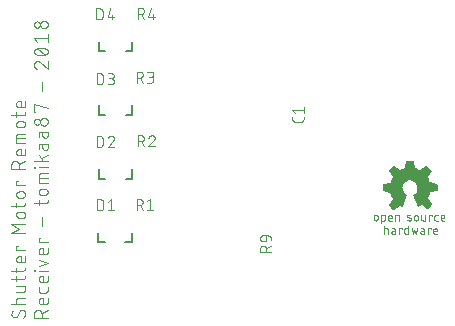
<source format=gbr>
G04 EAGLE Gerber X2 export*
G75*
%MOMM*%
%FSLAX34Y34*%
%LPD*%
%AMOC8*
5,1,8,0,0,1.08239X$1,22.5*%
G01*
%ADD10C,0.101600*%
%ADD11C,0.076200*%
%ADD12C,0.152400*%
%ADD13C,0.050800*%

G36*
X-61140Y106472D02*
X-61140Y106472D01*
X-61192Y106477D01*
X-61214Y106491D01*
X-61225Y106493D01*
X-61233Y106502D01*
X-61262Y106520D01*
X-62151Y107282D01*
X-62152Y107283D01*
X-62154Y107285D01*
X-63297Y108301D01*
X-63300Y108305D01*
X-63308Y108311D01*
X-64197Y109200D01*
X-64200Y109204D01*
X-64207Y109211D01*
X-65223Y110354D01*
X-65239Y110386D01*
X-65253Y110402D01*
X-65255Y110418D01*
X-65279Y110457D01*
X-65279Y110470D01*
X-65284Y110481D01*
X-65277Y110540D01*
X-65276Y110598D01*
X-65268Y110613D01*
X-65267Y110621D01*
X-65259Y110631D01*
X-65239Y110671D01*
X-61653Y115617D01*
X-62459Y116998D01*
X-62460Y117004D01*
X-62467Y117013D01*
X-62975Y118029D01*
X-62977Y118041D01*
X-62991Y118069D01*
X-63372Y119339D01*
X-63372Y119340D01*
X-63373Y119342D01*
X-63836Y120966D01*
X-69901Y121956D01*
X-69960Y121984D01*
X-70020Y122010D01*
X-70023Y122014D01*
X-70028Y122017D01*
X-70063Y122072D01*
X-70100Y122126D01*
X-70101Y122133D01*
X-70103Y122136D01*
X-70103Y122145D01*
X-70113Y122206D01*
X-70113Y127794D01*
X-70095Y127857D01*
X-70079Y127921D01*
X-70076Y127924D01*
X-70074Y127929D01*
X-70025Y127973D01*
X-69978Y128018D01*
X-69971Y128020D01*
X-69969Y128023D01*
X-69960Y128024D01*
X-69901Y128044D01*
X-63815Y129038D01*
X-63496Y129783D01*
X-63119Y131163D01*
X-63113Y131173D01*
X-63105Y131202D01*
X-62343Y132853D01*
X-62337Y132860D01*
X-62330Y132877D01*
X-61652Y134008D01*
X-65116Y139081D01*
X-65136Y139140D01*
X-65159Y139199D01*
X-65157Y139207D01*
X-65160Y139215D01*
X-65145Y139276D01*
X-65134Y139337D01*
X-65127Y139346D01*
X-65126Y139352D01*
X-65117Y139360D01*
X-65086Y139403D01*
X-64457Y140033D01*
X-63445Y141170D01*
X-63441Y141173D01*
X-63435Y141181D01*
X-62165Y142451D01*
X-62156Y142456D01*
X-62141Y142472D01*
X-60998Y143361D01*
X-60951Y143380D01*
X-60908Y143406D01*
X-60887Y143405D01*
X-60868Y143413D01*
X-60818Y143404D01*
X-60767Y143403D01*
X-60741Y143389D01*
X-60729Y143387D01*
X-60720Y143379D01*
X-60694Y143366D01*
X-55747Y139779D01*
X-54111Y140714D01*
X-54100Y140716D01*
X-54079Y140729D01*
X-52809Y141237D01*
X-52804Y141238D01*
X-52795Y141242D01*
X-51035Y141829D01*
X-50044Y147775D01*
X-50021Y147822D01*
X-50005Y147873D01*
X-49991Y147885D01*
X-49983Y147902D01*
X-49938Y147930D01*
X-49898Y147964D01*
X-49873Y147971D01*
X-49863Y147977D01*
X-49851Y147976D01*
X-49819Y147985D01*
X-48549Y148112D01*
X-48541Y148111D01*
X-48524Y148113D01*
X-45603Y148113D01*
X-45596Y148111D01*
X-45582Y148112D01*
X-44058Y147985D01*
X-44008Y147966D01*
X-43957Y147955D01*
X-43944Y147942D01*
X-43926Y147935D01*
X-43895Y147893D01*
X-43857Y147855D01*
X-43849Y147831D01*
X-43842Y147822D01*
X-43841Y147810D01*
X-43830Y147779D01*
X-42717Y141721D01*
X-41738Y141503D01*
X-41727Y141497D01*
X-41690Y141487D01*
X-39404Y140471D01*
X-39398Y140467D01*
X-39384Y140461D01*
X-38380Y139904D01*
X-33303Y143495D01*
X-33261Y143509D01*
X-33224Y143532D01*
X-33196Y143532D01*
X-33170Y143541D01*
X-33127Y143531D01*
X-33083Y143530D01*
X-33045Y143512D01*
X-33033Y143509D01*
X-33027Y143502D01*
X-33010Y143494D01*
X-32121Y142859D01*
X-32116Y142853D01*
X-32101Y142844D01*
X-31085Y141955D01*
X-31082Y141950D01*
X-31073Y141943D01*
X-29803Y140673D01*
X-29799Y140665D01*
X-29784Y140652D01*
X-28768Y139382D01*
X-28748Y139334D01*
X-28721Y139290D01*
X-28722Y139270D01*
X-28714Y139252D01*
X-28723Y139201D01*
X-28724Y139149D01*
X-28736Y139124D01*
X-28738Y139113D01*
X-28746Y139104D01*
X-28760Y139076D01*
X-32227Y134248D01*
X-32172Y134138D01*
X-31287Y132621D01*
X-31285Y132612D01*
X-31275Y132598D01*
X-30640Y131201D01*
X-30639Y131191D01*
X-30629Y131170D01*
X-30166Y129666D01*
X-24094Y128551D01*
X-24049Y128528D01*
X-24000Y128513D01*
X-23987Y128497D01*
X-23968Y128488D01*
X-23942Y128444D01*
X-23909Y128406D01*
X-23901Y128378D01*
X-23895Y128367D01*
X-23896Y128356D01*
X-23888Y128327D01*
X-23761Y127057D01*
X-23761Y127056D01*
X-23761Y127055D01*
X-23634Y125658D01*
X-23635Y125650D01*
X-23633Y125635D01*
X-23633Y122714D01*
X-23650Y122653D01*
X-23664Y122592D01*
X-23670Y122586D01*
X-23672Y122579D01*
X-23719Y122537D01*
X-23764Y122492D01*
X-23773Y122489D01*
X-23777Y122485D01*
X-23788Y122483D01*
X-23840Y122465D01*
X-29903Y121351D01*
X-30371Y119478D01*
X-30375Y119472D01*
X-30377Y119459D01*
X-30885Y117935D01*
X-30892Y117924D01*
X-30906Y117887D01*
X-31714Y116502D01*
X-28123Y111301D01*
X-28107Y111255D01*
X-28084Y111213D01*
X-28085Y111190D01*
X-28078Y111167D01*
X-28089Y111121D01*
X-28092Y111073D01*
X-28109Y111043D01*
X-28112Y111030D01*
X-28119Y111023D01*
X-28131Y111002D01*
X-29020Y109859D01*
X-29025Y109855D01*
X-29031Y109846D01*
X-30047Y108703D01*
X-30051Y108700D01*
X-30057Y108692D01*
X-30946Y107803D01*
X-30951Y107800D01*
X-30958Y107791D01*
X-31974Y106902D01*
X-32025Y106879D01*
X-32072Y106849D01*
X-32088Y106849D01*
X-32102Y106843D01*
X-32157Y106850D01*
X-32213Y106850D01*
X-32232Y106859D01*
X-32242Y106861D01*
X-32252Y106869D01*
X-32286Y106886D01*
X-37224Y110342D01*
X-38605Y109422D01*
X-38617Y109418D01*
X-38648Y109399D01*
X-40172Y108764D01*
X-40189Y108762D01*
X-40205Y108753D01*
X-40258Y108754D01*
X-40312Y108748D01*
X-40328Y108756D01*
X-40345Y108757D01*
X-40390Y108786D01*
X-40438Y108810D01*
X-40448Y108825D01*
X-40463Y108835D01*
X-40504Y108904D01*
X-44441Y118810D01*
X-44447Y118874D01*
X-44457Y118937D01*
X-44454Y118943D01*
X-44455Y118951D01*
X-44426Y119008D01*
X-44401Y119066D01*
X-44394Y119072D01*
X-44391Y119077D01*
X-44382Y119082D01*
X-44340Y119119D01*
X-43197Y119828D01*
X-42242Y120737D01*
X-41492Y121822D01*
X-40979Y123037D01*
X-40725Y124331D01*
X-40739Y125649D01*
X-41023Y126937D01*
X-41563Y128140D01*
X-42337Y129207D01*
X-43312Y130095D01*
X-44448Y130765D01*
X-45696Y131189D01*
X-47004Y131349D01*
X-48357Y131230D01*
X-49652Y130823D01*
X-50829Y130149D01*
X-51835Y129238D01*
X-52623Y128133D01*
X-53156Y126885D01*
X-53409Y125552D01*
X-53371Y124195D01*
X-53044Y122878D01*
X-52442Y121662D01*
X-51593Y120603D01*
X-50538Y119750D01*
X-49300Y119130D01*
X-49249Y119083D01*
X-49197Y119036D01*
X-49197Y119035D01*
X-49196Y119035D01*
X-49178Y118967D01*
X-49160Y118900D01*
X-49160Y118899D01*
X-49160Y118897D01*
X-49174Y118820D01*
X-52730Y108660D01*
X-52750Y108633D01*
X-52760Y108601D01*
X-52790Y108577D01*
X-52812Y108546D01*
X-52843Y108533D01*
X-52869Y108511D01*
X-52907Y108507D01*
X-52942Y108492D01*
X-52975Y108498D01*
X-53009Y108494D01*
X-53075Y108516D01*
X-53081Y108517D01*
X-53082Y108518D01*
X-53086Y108519D01*
X-55873Y109973D01*
X-60954Y106503D01*
X-61005Y106486D01*
X-61052Y106463D01*
X-61071Y106465D01*
X-61088Y106459D01*
X-61140Y106472D01*
G37*
D10*
X-372808Y18987D02*
X-372810Y19086D01*
X-372816Y19186D01*
X-372825Y19285D01*
X-372838Y19383D01*
X-372855Y19481D01*
X-372876Y19579D01*
X-372901Y19675D01*
X-372929Y19770D01*
X-372961Y19864D01*
X-372996Y19957D01*
X-373035Y20049D01*
X-373078Y20139D01*
X-373123Y20227D01*
X-373173Y20314D01*
X-373225Y20398D01*
X-373281Y20481D01*
X-373339Y20561D01*
X-373401Y20639D01*
X-373466Y20714D01*
X-373534Y20787D01*
X-373604Y20857D01*
X-373677Y20925D01*
X-373752Y20990D01*
X-373830Y21052D01*
X-373910Y21110D01*
X-373993Y21166D01*
X-374077Y21218D01*
X-374164Y21268D01*
X-374252Y21313D01*
X-374342Y21356D01*
X-374434Y21395D01*
X-374527Y21430D01*
X-374621Y21462D01*
X-374716Y21490D01*
X-374812Y21515D01*
X-374910Y21536D01*
X-375008Y21553D01*
X-375106Y21566D01*
X-375205Y21575D01*
X-375305Y21581D01*
X-375404Y21583D01*
X-372808Y18987D02*
X-372810Y18843D01*
X-372816Y18698D01*
X-372825Y18554D01*
X-372838Y18411D01*
X-372855Y18267D01*
X-372876Y18124D01*
X-372901Y17982D01*
X-372929Y17841D01*
X-372961Y17700D01*
X-372997Y17560D01*
X-373036Y17421D01*
X-373079Y17283D01*
X-373126Y17147D01*
X-373176Y17011D01*
X-373230Y16877D01*
X-373287Y16745D01*
X-373348Y16614D01*
X-373412Y16485D01*
X-373480Y16357D01*
X-373550Y16231D01*
X-373625Y16107D01*
X-373702Y15986D01*
X-373783Y15866D01*
X-373866Y15748D01*
X-373953Y15633D01*
X-374043Y15520D01*
X-374136Y15409D01*
X-374231Y15301D01*
X-374330Y15195D01*
X-374431Y15092D01*
X-381896Y15417D02*
X-381995Y15419D01*
X-382095Y15425D01*
X-382194Y15434D01*
X-382292Y15447D01*
X-382390Y15464D01*
X-382488Y15485D01*
X-382584Y15510D01*
X-382679Y15538D01*
X-382773Y15570D01*
X-382866Y15605D01*
X-382958Y15644D01*
X-383048Y15687D01*
X-383136Y15732D01*
X-383223Y15782D01*
X-383307Y15834D01*
X-383390Y15890D01*
X-383470Y15948D01*
X-383548Y16010D01*
X-383623Y16075D01*
X-383696Y16143D01*
X-383766Y16213D01*
X-383834Y16286D01*
X-383899Y16361D01*
X-383961Y16439D01*
X-384019Y16519D01*
X-384075Y16602D01*
X-384127Y16686D01*
X-384177Y16773D01*
X-384222Y16861D01*
X-384265Y16951D01*
X-384304Y17043D01*
X-384339Y17136D01*
X-384371Y17230D01*
X-384399Y17325D01*
X-384424Y17422D01*
X-384445Y17519D01*
X-384462Y17617D01*
X-384475Y17715D01*
X-384484Y17814D01*
X-384490Y17914D01*
X-384492Y18013D01*
X-384490Y18149D01*
X-384484Y18285D01*
X-384475Y18421D01*
X-384462Y18557D01*
X-384444Y18692D01*
X-384424Y18826D01*
X-384399Y18960D01*
X-384371Y19094D01*
X-384338Y19226D01*
X-384303Y19357D01*
X-384263Y19488D01*
X-384220Y19617D01*
X-384174Y19745D01*
X-384123Y19871D01*
X-384070Y19997D01*
X-384012Y20120D01*
X-383952Y20242D01*
X-383888Y20362D01*
X-383820Y20481D01*
X-383750Y20597D01*
X-383676Y20711D01*
X-383599Y20824D01*
X-383518Y20934D01*
X-379624Y16714D02*
X-379677Y16628D01*
X-379734Y16544D01*
X-379793Y16462D01*
X-379856Y16382D01*
X-379922Y16305D01*
X-379990Y16230D01*
X-380062Y16158D01*
X-380136Y16089D01*
X-380213Y16023D01*
X-380292Y15960D01*
X-380374Y15900D01*
X-380458Y15843D01*
X-380544Y15789D01*
X-380632Y15739D01*
X-380722Y15692D01*
X-380813Y15648D01*
X-380907Y15609D01*
X-381001Y15572D01*
X-381097Y15540D01*
X-381195Y15511D01*
X-381293Y15486D01*
X-381392Y15465D01*
X-381492Y15447D01*
X-381592Y15434D01*
X-381693Y15424D01*
X-381795Y15418D01*
X-381896Y15416D01*
X-377676Y20285D02*
X-377623Y20371D01*
X-377566Y20455D01*
X-377507Y20537D01*
X-377444Y20617D01*
X-377378Y20694D01*
X-377310Y20769D01*
X-377238Y20841D01*
X-377164Y20910D01*
X-377087Y20976D01*
X-377008Y21039D01*
X-376926Y21099D01*
X-376842Y21156D01*
X-376756Y21210D01*
X-376668Y21260D01*
X-376578Y21307D01*
X-376487Y21351D01*
X-376393Y21390D01*
X-376299Y21427D01*
X-376203Y21459D01*
X-376105Y21488D01*
X-376007Y21513D01*
X-375908Y21534D01*
X-375808Y21552D01*
X-375708Y21565D01*
X-375607Y21575D01*
X-375505Y21581D01*
X-375404Y21583D01*
X-377676Y20285D02*
X-379624Y16715D01*
X-384492Y26409D02*
X-372808Y26409D01*
X-380597Y26409D02*
X-380597Y29655D01*
X-380595Y29742D01*
X-380589Y29830D01*
X-380579Y29916D01*
X-380566Y30003D01*
X-380548Y30088D01*
X-380527Y30173D01*
X-380502Y30257D01*
X-380473Y30339D01*
X-380440Y30420D01*
X-380404Y30500D01*
X-380365Y30578D01*
X-380321Y30654D01*
X-380275Y30728D01*
X-380225Y30799D01*
X-380172Y30869D01*
X-380116Y30936D01*
X-380057Y31000D01*
X-379995Y31062D01*
X-379931Y31121D01*
X-379864Y31177D01*
X-379794Y31230D01*
X-379723Y31280D01*
X-379649Y31326D01*
X-379573Y31370D01*
X-379495Y31409D01*
X-379415Y31445D01*
X-379334Y31478D01*
X-379252Y31507D01*
X-379168Y31532D01*
X-379083Y31553D01*
X-378998Y31571D01*
X-378911Y31584D01*
X-378825Y31594D01*
X-378737Y31600D01*
X-378650Y31602D01*
X-372808Y31602D01*
X-374755Y37077D02*
X-380597Y37077D01*
X-374755Y37077D02*
X-374668Y37079D01*
X-374580Y37085D01*
X-374494Y37095D01*
X-374407Y37108D01*
X-374322Y37126D01*
X-374237Y37147D01*
X-374153Y37172D01*
X-374071Y37201D01*
X-373990Y37234D01*
X-373910Y37270D01*
X-373832Y37309D01*
X-373756Y37353D01*
X-373682Y37399D01*
X-373611Y37449D01*
X-373541Y37502D01*
X-373474Y37558D01*
X-373410Y37617D01*
X-373348Y37679D01*
X-373289Y37743D01*
X-373233Y37810D01*
X-373180Y37880D01*
X-373130Y37951D01*
X-373084Y38025D01*
X-373040Y38101D01*
X-373001Y38179D01*
X-372965Y38259D01*
X-372932Y38340D01*
X-372903Y38422D01*
X-372878Y38506D01*
X-372857Y38591D01*
X-372839Y38676D01*
X-372826Y38763D01*
X-372816Y38849D01*
X-372810Y38937D01*
X-372808Y39024D01*
X-372808Y42270D01*
X-380597Y42270D01*
X-380597Y46397D02*
X-380597Y50291D01*
X-384492Y47695D02*
X-374755Y47695D01*
X-374668Y47697D01*
X-374580Y47703D01*
X-374494Y47713D01*
X-374407Y47726D01*
X-374322Y47744D01*
X-374237Y47765D01*
X-374153Y47790D01*
X-374071Y47819D01*
X-373990Y47852D01*
X-373910Y47888D01*
X-373832Y47927D01*
X-373756Y47971D01*
X-373682Y48017D01*
X-373611Y48067D01*
X-373541Y48120D01*
X-373474Y48176D01*
X-373410Y48235D01*
X-373348Y48297D01*
X-373289Y48361D01*
X-373233Y48428D01*
X-373180Y48498D01*
X-373130Y48569D01*
X-373084Y48643D01*
X-373040Y48719D01*
X-373001Y48797D01*
X-372965Y48877D01*
X-372932Y48958D01*
X-372903Y49040D01*
X-372878Y49124D01*
X-372857Y49209D01*
X-372839Y49294D01*
X-372826Y49381D01*
X-372816Y49467D01*
X-372810Y49555D01*
X-372808Y49642D01*
X-372808Y50291D01*
X-380597Y53636D02*
X-380597Y57530D01*
X-384492Y54934D02*
X-374755Y54934D01*
X-374668Y54936D01*
X-374580Y54942D01*
X-374494Y54952D01*
X-374407Y54965D01*
X-374322Y54983D01*
X-374237Y55004D01*
X-374153Y55029D01*
X-374071Y55058D01*
X-373990Y55091D01*
X-373910Y55127D01*
X-373832Y55166D01*
X-373756Y55210D01*
X-373682Y55256D01*
X-373611Y55306D01*
X-373541Y55359D01*
X-373474Y55415D01*
X-373410Y55474D01*
X-373348Y55536D01*
X-373289Y55600D01*
X-373233Y55667D01*
X-373180Y55737D01*
X-373130Y55808D01*
X-373084Y55882D01*
X-373040Y55958D01*
X-373001Y56036D01*
X-372965Y56116D01*
X-372932Y56197D01*
X-372903Y56279D01*
X-372878Y56363D01*
X-372857Y56448D01*
X-372839Y56533D01*
X-372826Y56620D01*
X-372816Y56706D01*
X-372810Y56794D01*
X-372808Y56881D01*
X-372808Y57530D01*
X-372808Y63789D02*
X-372808Y67035D01*
X-372808Y63789D02*
X-372810Y63702D01*
X-372816Y63614D01*
X-372826Y63528D01*
X-372839Y63441D01*
X-372857Y63356D01*
X-372878Y63271D01*
X-372903Y63187D01*
X-372932Y63105D01*
X-372965Y63024D01*
X-373001Y62944D01*
X-373040Y62866D01*
X-373084Y62790D01*
X-373130Y62716D01*
X-373180Y62645D01*
X-373233Y62575D01*
X-373289Y62508D01*
X-373348Y62444D01*
X-373410Y62382D01*
X-373474Y62323D01*
X-373541Y62267D01*
X-373611Y62214D01*
X-373682Y62164D01*
X-373756Y62118D01*
X-373832Y62074D01*
X-373910Y62035D01*
X-373990Y61999D01*
X-374071Y61966D01*
X-374153Y61937D01*
X-374237Y61912D01*
X-374322Y61891D01*
X-374407Y61873D01*
X-374494Y61860D01*
X-374580Y61850D01*
X-374668Y61844D01*
X-374755Y61842D01*
X-378001Y61842D01*
X-378102Y61844D01*
X-378202Y61850D01*
X-378302Y61860D01*
X-378402Y61873D01*
X-378501Y61891D01*
X-378600Y61912D01*
X-378697Y61937D01*
X-378794Y61966D01*
X-378889Y61999D01*
X-378983Y62035D01*
X-379075Y62075D01*
X-379166Y62118D01*
X-379255Y62165D01*
X-379342Y62215D01*
X-379428Y62269D01*
X-379511Y62326D01*
X-379591Y62386D01*
X-379670Y62449D01*
X-379746Y62516D01*
X-379819Y62585D01*
X-379889Y62657D01*
X-379957Y62731D01*
X-380022Y62808D01*
X-380083Y62888D01*
X-380142Y62970D01*
X-380197Y63054D01*
X-380249Y63140D01*
X-380298Y63228D01*
X-380343Y63318D01*
X-380385Y63410D01*
X-380423Y63503D01*
X-380457Y63598D01*
X-380488Y63693D01*
X-380515Y63790D01*
X-380538Y63888D01*
X-380558Y63987D01*
X-380573Y64087D01*
X-380585Y64187D01*
X-380593Y64287D01*
X-380597Y64388D01*
X-380597Y64488D01*
X-380593Y64589D01*
X-380585Y64689D01*
X-380573Y64789D01*
X-380558Y64889D01*
X-380538Y64988D01*
X-380515Y65086D01*
X-380488Y65183D01*
X-380457Y65278D01*
X-380423Y65373D01*
X-380385Y65466D01*
X-380343Y65558D01*
X-380298Y65648D01*
X-380249Y65736D01*
X-380197Y65822D01*
X-380142Y65906D01*
X-380083Y65988D01*
X-380022Y66068D01*
X-379957Y66145D01*
X-379889Y66219D01*
X-379819Y66291D01*
X-379746Y66360D01*
X-379670Y66427D01*
X-379591Y66490D01*
X-379511Y66550D01*
X-379428Y66607D01*
X-379342Y66661D01*
X-379255Y66711D01*
X-379166Y66758D01*
X-379075Y66801D01*
X-378983Y66841D01*
X-378889Y66877D01*
X-378794Y66910D01*
X-378697Y66939D01*
X-378600Y66964D01*
X-378501Y66985D01*
X-378402Y67003D01*
X-378302Y67016D01*
X-378202Y67026D01*
X-378102Y67032D01*
X-378001Y67034D01*
X-378001Y67035D02*
X-376703Y67035D01*
X-376703Y61842D01*
X-372808Y72195D02*
X-380597Y72195D01*
X-380597Y76090D01*
X-379299Y76090D01*
X-384492Y86452D02*
X-372808Y86452D01*
X-378001Y90346D02*
X-384492Y86452D01*
X-378001Y90346D02*
X-384492Y94241D01*
X-372808Y94241D01*
X-375404Y99561D02*
X-378001Y99561D01*
X-378102Y99563D01*
X-378202Y99569D01*
X-378302Y99579D01*
X-378402Y99592D01*
X-378501Y99610D01*
X-378600Y99631D01*
X-378697Y99656D01*
X-378794Y99685D01*
X-378889Y99718D01*
X-378983Y99754D01*
X-379075Y99794D01*
X-379166Y99837D01*
X-379255Y99884D01*
X-379342Y99934D01*
X-379428Y99988D01*
X-379511Y100045D01*
X-379591Y100105D01*
X-379670Y100168D01*
X-379746Y100235D01*
X-379819Y100304D01*
X-379889Y100376D01*
X-379957Y100450D01*
X-380022Y100527D01*
X-380083Y100607D01*
X-380142Y100689D01*
X-380197Y100773D01*
X-380249Y100859D01*
X-380298Y100947D01*
X-380343Y101037D01*
X-380385Y101129D01*
X-380423Y101222D01*
X-380457Y101317D01*
X-380488Y101412D01*
X-380515Y101509D01*
X-380538Y101607D01*
X-380558Y101706D01*
X-380573Y101806D01*
X-380585Y101906D01*
X-380593Y102006D01*
X-380597Y102107D01*
X-380597Y102207D01*
X-380593Y102308D01*
X-380585Y102408D01*
X-380573Y102508D01*
X-380558Y102608D01*
X-380538Y102707D01*
X-380515Y102805D01*
X-380488Y102902D01*
X-380457Y102997D01*
X-380423Y103092D01*
X-380385Y103185D01*
X-380343Y103277D01*
X-380298Y103367D01*
X-380249Y103455D01*
X-380197Y103541D01*
X-380142Y103625D01*
X-380083Y103707D01*
X-380022Y103787D01*
X-379957Y103864D01*
X-379889Y103938D01*
X-379819Y104010D01*
X-379746Y104079D01*
X-379670Y104146D01*
X-379591Y104209D01*
X-379511Y104269D01*
X-379428Y104326D01*
X-379342Y104380D01*
X-379255Y104430D01*
X-379166Y104477D01*
X-379075Y104520D01*
X-378983Y104560D01*
X-378889Y104596D01*
X-378794Y104629D01*
X-378697Y104658D01*
X-378600Y104683D01*
X-378501Y104704D01*
X-378402Y104722D01*
X-378302Y104735D01*
X-378202Y104745D01*
X-378102Y104751D01*
X-378001Y104753D01*
X-378001Y104754D02*
X-375404Y104754D01*
X-375404Y104753D02*
X-375303Y104751D01*
X-375203Y104745D01*
X-375103Y104735D01*
X-375003Y104722D01*
X-374904Y104704D01*
X-374805Y104683D01*
X-374708Y104658D01*
X-374611Y104629D01*
X-374516Y104596D01*
X-374422Y104560D01*
X-374330Y104520D01*
X-374239Y104477D01*
X-374150Y104430D01*
X-374063Y104380D01*
X-373977Y104326D01*
X-373894Y104269D01*
X-373814Y104209D01*
X-373735Y104146D01*
X-373659Y104079D01*
X-373586Y104010D01*
X-373516Y103938D01*
X-373448Y103864D01*
X-373383Y103787D01*
X-373322Y103707D01*
X-373263Y103625D01*
X-373208Y103541D01*
X-373156Y103455D01*
X-373107Y103367D01*
X-373062Y103277D01*
X-373020Y103185D01*
X-372982Y103092D01*
X-372948Y102997D01*
X-372917Y102902D01*
X-372890Y102805D01*
X-372867Y102707D01*
X-372847Y102608D01*
X-372832Y102508D01*
X-372820Y102408D01*
X-372812Y102308D01*
X-372808Y102207D01*
X-372808Y102107D01*
X-372812Y102006D01*
X-372820Y101906D01*
X-372832Y101806D01*
X-372847Y101706D01*
X-372867Y101607D01*
X-372890Y101509D01*
X-372917Y101412D01*
X-372948Y101317D01*
X-372982Y101222D01*
X-373020Y101129D01*
X-373062Y101037D01*
X-373107Y100947D01*
X-373156Y100859D01*
X-373208Y100773D01*
X-373263Y100689D01*
X-373322Y100607D01*
X-373383Y100527D01*
X-373448Y100450D01*
X-373516Y100376D01*
X-373586Y100304D01*
X-373659Y100235D01*
X-373735Y100168D01*
X-373814Y100105D01*
X-373894Y100045D01*
X-373977Y99988D01*
X-374063Y99934D01*
X-374150Y99884D01*
X-374239Y99837D01*
X-374330Y99794D01*
X-374422Y99754D01*
X-374516Y99718D01*
X-374611Y99685D01*
X-374708Y99656D01*
X-374805Y99631D01*
X-374904Y99610D01*
X-375003Y99592D01*
X-375103Y99579D01*
X-375203Y99569D01*
X-375303Y99563D01*
X-375404Y99561D01*
X-380597Y108500D02*
X-380597Y112394D01*
X-384492Y109798D02*
X-374755Y109798D01*
X-374668Y109800D01*
X-374580Y109806D01*
X-374494Y109816D01*
X-374407Y109829D01*
X-374322Y109847D01*
X-374237Y109868D01*
X-374153Y109893D01*
X-374071Y109922D01*
X-373990Y109955D01*
X-373910Y109991D01*
X-373832Y110030D01*
X-373756Y110074D01*
X-373682Y110120D01*
X-373611Y110170D01*
X-373541Y110223D01*
X-373474Y110279D01*
X-373410Y110338D01*
X-373348Y110400D01*
X-373289Y110464D01*
X-373233Y110531D01*
X-373180Y110601D01*
X-373130Y110672D01*
X-373084Y110746D01*
X-373040Y110822D01*
X-373001Y110900D01*
X-372965Y110980D01*
X-372932Y111061D01*
X-372903Y111143D01*
X-372878Y111227D01*
X-372857Y111312D01*
X-372839Y111397D01*
X-372826Y111484D01*
X-372816Y111570D01*
X-372810Y111658D01*
X-372808Y111745D01*
X-372808Y112394D01*
X-375404Y116706D02*
X-378001Y116706D01*
X-378102Y116708D01*
X-378202Y116714D01*
X-378302Y116724D01*
X-378402Y116737D01*
X-378501Y116755D01*
X-378600Y116776D01*
X-378697Y116801D01*
X-378794Y116830D01*
X-378889Y116863D01*
X-378983Y116899D01*
X-379075Y116939D01*
X-379166Y116982D01*
X-379255Y117029D01*
X-379342Y117079D01*
X-379428Y117133D01*
X-379511Y117190D01*
X-379591Y117250D01*
X-379670Y117313D01*
X-379746Y117380D01*
X-379819Y117449D01*
X-379889Y117521D01*
X-379957Y117595D01*
X-380022Y117672D01*
X-380083Y117752D01*
X-380142Y117834D01*
X-380197Y117918D01*
X-380249Y118004D01*
X-380298Y118092D01*
X-380343Y118182D01*
X-380385Y118274D01*
X-380423Y118367D01*
X-380457Y118462D01*
X-380488Y118557D01*
X-380515Y118654D01*
X-380538Y118752D01*
X-380558Y118851D01*
X-380573Y118951D01*
X-380585Y119051D01*
X-380593Y119151D01*
X-380597Y119252D01*
X-380597Y119352D01*
X-380593Y119453D01*
X-380585Y119553D01*
X-380573Y119653D01*
X-380558Y119753D01*
X-380538Y119852D01*
X-380515Y119950D01*
X-380488Y120047D01*
X-380457Y120142D01*
X-380423Y120237D01*
X-380385Y120330D01*
X-380343Y120422D01*
X-380298Y120512D01*
X-380249Y120600D01*
X-380197Y120686D01*
X-380142Y120770D01*
X-380083Y120852D01*
X-380022Y120932D01*
X-379957Y121009D01*
X-379889Y121083D01*
X-379819Y121155D01*
X-379746Y121224D01*
X-379670Y121291D01*
X-379591Y121354D01*
X-379511Y121414D01*
X-379428Y121471D01*
X-379342Y121525D01*
X-379255Y121575D01*
X-379166Y121622D01*
X-379075Y121665D01*
X-378983Y121705D01*
X-378889Y121741D01*
X-378794Y121774D01*
X-378697Y121803D01*
X-378600Y121828D01*
X-378501Y121849D01*
X-378402Y121867D01*
X-378302Y121880D01*
X-378202Y121890D01*
X-378102Y121896D01*
X-378001Y121898D01*
X-378001Y121899D02*
X-375404Y121899D01*
X-375404Y121898D02*
X-375303Y121896D01*
X-375203Y121890D01*
X-375103Y121880D01*
X-375003Y121867D01*
X-374904Y121849D01*
X-374805Y121828D01*
X-374708Y121803D01*
X-374611Y121774D01*
X-374516Y121741D01*
X-374422Y121705D01*
X-374330Y121665D01*
X-374239Y121622D01*
X-374150Y121575D01*
X-374063Y121525D01*
X-373977Y121471D01*
X-373894Y121414D01*
X-373814Y121354D01*
X-373735Y121291D01*
X-373659Y121224D01*
X-373586Y121155D01*
X-373516Y121083D01*
X-373448Y121009D01*
X-373383Y120932D01*
X-373322Y120852D01*
X-373263Y120770D01*
X-373208Y120686D01*
X-373156Y120600D01*
X-373107Y120512D01*
X-373062Y120422D01*
X-373020Y120330D01*
X-372982Y120237D01*
X-372948Y120142D01*
X-372917Y120047D01*
X-372890Y119950D01*
X-372867Y119852D01*
X-372847Y119753D01*
X-372832Y119653D01*
X-372820Y119553D01*
X-372812Y119453D01*
X-372808Y119352D01*
X-372808Y119252D01*
X-372812Y119151D01*
X-372820Y119051D01*
X-372832Y118951D01*
X-372847Y118851D01*
X-372867Y118752D01*
X-372890Y118654D01*
X-372917Y118557D01*
X-372948Y118462D01*
X-372982Y118367D01*
X-373020Y118274D01*
X-373062Y118182D01*
X-373107Y118092D01*
X-373156Y118004D01*
X-373208Y117918D01*
X-373263Y117834D01*
X-373322Y117752D01*
X-373383Y117672D01*
X-373448Y117595D01*
X-373516Y117521D01*
X-373586Y117449D01*
X-373659Y117380D01*
X-373735Y117313D01*
X-373814Y117250D01*
X-373894Y117190D01*
X-373977Y117133D01*
X-374063Y117079D01*
X-374150Y117029D01*
X-374239Y116982D01*
X-374330Y116939D01*
X-374422Y116899D01*
X-374516Y116863D01*
X-374611Y116830D01*
X-374708Y116801D01*
X-374805Y116776D01*
X-374904Y116755D01*
X-375003Y116737D01*
X-375103Y116724D01*
X-375203Y116714D01*
X-375303Y116708D01*
X-375404Y116706D01*
X-372808Y127059D02*
X-380597Y127059D01*
X-380597Y130954D01*
X-379299Y130954D01*
X-384492Y141276D02*
X-372808Y141276D01*
X-384492Y141276D02*
X-384492Y144522D01*
X-384490Y144635D01*
X-384484Y144748D01*
X-384474Y144861D01*
X-384460Y144974D01*
X-384443Y145086D01*
X-384421Y145197D01*
X-384396Y145307D01*
X-384366Y145417D01*
X-384333Y145525D01*
X-384296Y145632D01*
X-384256Y145738D01*
X-384211Y145842D01*
X-384163Y145945D01*
X-384112Y146046D01*
X-384057Y146145D01*
X-383999Y146242D01*
X-383937Y146337D01*
X-383872Y146430D01*
X-383804Y146520D01*
X-383733Y146608D01*
X-383658Y146694D01*
X-383581Y146777D01*
X-383501Y146857D01*
X-383418Y146934D01*
X-383332Y147009D01*
X-383244Y147080D01*
X-383154Y147148D01*
X-383061Y147213D01*
X-382966Y147275D01*
X-382869Y147333D01*
X-382770Y147388D01*
X-382669Y147439D01*
X-382566Y147487D01*
X-382462Y147532D01*
X-382356Y147572D01*
X-382249Y147609D01*
X-382141Y147642D01*
X-382031Y147672D01*
X-381921Y147697D01*
X-381810Y147719D01*
X-381698Y147736D01*
X-381585Y147750D01*
X-381472Y147760D01*
X-381359Y147766D01*
X-381246Y147768D01*
X-381133Y147766D01*
X-381020Y147760D01*
X-380907Y147750D01*
X-380794Y147736D01*
X-380682Y147719D01*
X-380571Y147697D01*
X-380461Y147672D01*
X-380351Y147642D01*
X-380243Y147609D01*
X-380136Y147572D01*
X-380030Y147532D01*
X-379926Y147487D01*
X-379823Y147439D01*
X-379722Y147388D01*
X-379623Y147333D01*
X-379526Y147275D01*
X-379431Y147213D01*
X-379338Y147148D01*
X-379248Y147080D01*
X-379160Y147009D01*
X-379074Y146934D01*
X-378991Y146857D01*
X-378911Y146777D01*
X-378834Y146694D01*
X-378759Y146608D01*
X-378688Y146520D01*
X-378620Y146430D01*
X-378555Y146337D01*
X-378493Y146242D01*
X-378435Y146145D01*
X-378380Y146046D01*
X-378329Y145945D01*
X-378281Y145842D01*
X-378236Y145738D01*
X-378196Y145632D01*
X-378159Y145525D01*
X-378126Y145417D01*
X-378096Y145307D01*
X-378071Y145197D01*
X-378049Y145086D01*
X-378032Y144974D01*
X-378018Y144861D01*
X-378008Y144748D01*
X-378002Y144635D01*
X-378000Y144522D01*
X-378001Y144522D02*
X-378001Y141276D01*
X-378001Y145171D02*
X-372808Y147768D01*
X-372808Y154467D02*
X-372808Y157713D01*
X-372808Y154467D02*
X-372810Y154380D01*
X-372816Y154292D01*
X-372826Y154206D01*
X-372839Y154119D01*
X-372857Y154034D01*
X-372878Y153949D01*
X-372903Y153865D01*
X-372932Y153783D01*
X-372965Y153702D01*
X-373001Y153622D01*
X-373040Y153544D01*
X-373084Y153468D01*
X-373130Y153394D01*
X-373180Y153323D01*
X-373233Y153253D01*
X-373289Y153186D01*
X-373348Y153122D01*
X-373410Y153060D01*
X-373474Y153001D01*
X-373541Y152945D01*
X-373611Y152892D01*
X-373682Y152842D01*
X-373756Y152796D01*
X-373832Y152752D01*
X-373910Y152713D01*
X-373990Y152677D01*
X-374071Y152644D01*
X-374153Y152615D01*
X-374237Y152590D01*
X-374322Y152569D01*
X-374407Y152551D01*
X-374494Y152538D01*
X-374580Y152528D01*
X-374668Y152522D01*
X-374755Y152520D01*
X-378001Y152520D01*
X-378102Y152522D01*
X-378202Y152528D01*
X-378302Y152538D01*
X-378402Y152551D01*
X-378501Y152569D01*
X-378600Y152590D01*
X-378697Y152615D01*
X-378794Y152644D01*
X-378889Y152677D01*
X-378983Y152713D01*
X-379075Y152753D01*
X-379166Y152796D01*
X-379255Y152843D01*
X-379342Y152893D01*
X-379428Y152947D01*
X-379511Y153004D01*
X-379591Y153064D01*
X-379670Y153127D01*
X-379746Y153194D01*
X-379819Y153263D01*
X-379889Y153335D01*
X-379957Y153409D01*
X-380022Y153486D01*
X-380083Y153566D01*
X-380142Y153648D01*
X-380197Y153732D01*
X-380249Y153818D01*
X-380298Y153906D01*
X-380343Y153996D01*
X-380385Y154088D01*
X-380423Y154181D01*
X-380457Y154276D01*
X-380488Y154371D01*
X-380515Y154468D01*
X-380538Y154566D01*
X-380558Y154665D01*
X-380573Y154765D01*
X-380585Y154865D01*
X-380593Y154965D01*
X-380597Y155066D01*
X-380597Y155166D01*
X-380593Y155267D01*
X-380585Y155367D01*
X-380573Y155467D01*
X-380558Y155567D01*
X-380538Y155666D01*
X-380515Y155764D01*
X-380488Y155861D01*
X-380457Y155956D01*
X-380423Y156051D01*
X-380385Y156144D01*
X-380343Y156236D01*
X-380298Y156326D01*
X-380249Y156414D01*
X-380197Y156500D01*
X-380142Y156584D01*
X-380083Y156666D01*
X-380022Y156746D01*
X-379957Y156823D01*
X-379889Y156897D01*
X-379819Y156969D01*
X-379746Y157038D01*
X-379670Y157105D01*
X-379591Y157168D01*
X-379511Y157228D01*
X-379428Y157285D01*
X-379342Y157339D01*
X-379255Y157389D01*
X-379166Y157436D01*
X-379075Y157479D01*
X-378983Y157519D01*
X-378889Y157555D01*
X-378794Y157588D01*
X-378697Y157617D01*
X-378600Y157642D01*
X-378501Y157663D01*
X-378402Y157681D01*
X-378302Y157694D01*
X-378202Y157704D01*
X-378102Y157710D01*
X-378001Y157712D01*
X-378001Y157713D02*
X-376703Y157713D01*
X-376703Y152520D01*
X-380597Y163033D02*
X-372808Y163033D01*
X-380597Y163033D02*
X-380597Y168875D01*
X-380595Y168962D01*
X-380589Y169050D01*
X-380579Y169136D01*
X-380566Y169223D01*
X-380548Y169308D01*
X-380527Y169393D01*
X-380502Y169477D01*
X-380473Y169559D01*
X-380440Y169640D01*
X-380404Y169720D01*
X-380365Y169798D01*
X-380321Y169874D01*
X-380275Y169948D01*
X-380225Y170019D01*
X-380172Y170089D01*
X-380116Y170156D01*
X-380057Y170220D01*
X-379995Y170282D01*
X-379931Y170341D01*
X-379864Y170397D01*
X-379794Y170450D01*
X-379723Y170500D01*
X-379649Y170546D01*
X-379573Y170590D01*
X-379495Y170629D01*
X-379415Y170665D01*
X-379334Y170698D01*
X-379252Y170727D01*
X-379168Y170752D01*
X-379083Y170773D01*
X-378998Y170791D01*
X-378911Y170804D01*
X-378825Y170814D01*
X-378737Y170820D01*
X-378650Y170822D01*
X-372808Y170822D01*
X-372808Y166927D02*
X-380597Y166927D01*
X-378001Y176142D02*
X-375404Y176142D01*
X-378001Y176142D02*
X-378102Y176144D01*
X-378202Y176150D01*
X-378302Y176160D01*
X-378402Y176173D01*
X-378501Y176191D01*
X-378600Y176212D01*
X-378697Y176237D01*
X-378794Y176266D01*
X-378889Y176299D01*
X-378983Y176335D01*
X-379075Y176375D01*
X-379166Y176418D01*
X-379255Y176465D01*
X-379342Y176515D01*
X-379428Y176569D01*
X-379511Y176626D01*
X-379591Y176686D01*
X-379670Y176749D01*
X-379746Y176816D01*
X-379819Y176885D01*
X-379889Y176957D01*
X-379957Y177031D01*
X-380022Y177108D01*
X-380083Y177188D01*
X-380142Y177270D01*
X-380197Y177354D01*
X-380249Y177440D01*
X-380298Y177528D01*
X-380343Y177618D01*
X-380385Y177710D01*
X-380423Y177803D01*
X-380457Y177898D01*
X-380488Y177993D01*
X-380515Y178090D01*
X-380538Y178188D01*
X-380558Y178287D01*
X-380573Y178387D01*
X-380585Y178487D01*
X-380593Y178587D01*
X-380597Y178688D01*
X-380597Y178788D01*
X-380593Y178889D01*
X-380585Y178989D01*
X-380573Y179089D01*
X-380558Y179189D01*
X-380538Y179288D01*
X-380515Y179386D01*
X-380488Y179483D01*
X-380457Y179578D01*
X-380423Y179673D01*
X-380385Y179766D01*
X-380343Y179858D01*
X-380298Y179948D01*
X-380249Y180036D01*
X-380197Y180122D01*
X-380142Y180206D01*
X-380083Y180288D01*
X-380022Y180368D01*
X-379957Y180445D01*
X-379889Y180519D01*
X-379819Y180591D01*
X-379746Y180660D01*
X-379670Y180727D01*
X-379591Y180790D01*
X-379511Y180850D01*
X-379428Y180907D01*
X-379342Y180961D01*
X-379255Y181011D01*
X-379166Y181058D01*
X-379075Y181101D01*
X-378983Y181141D01*
X-378889Y181177D01*
X-378794Y181210D01*
X-378697Y181239D01*
X-378600Y181264D01*
X-378501Y181285D01*
X-378402Y181303D01*
X-378302Y181316D01*
X-378202Y181326D01*
X-378102Y181332D01*
X-378001Y181334D01*
X-378001Y181335D02*
X-375404Y181335D01*
X-375404Y181334D02*
X-375303Y181332D01*
X-375203Y181326D01*
X-375103Y181316D01*
X-375003Y181303D01*
X-374904Y181285D01*
X-374805Y181264D01*
X-374708Y181239D01*
X-374611Y181210D01*
X-374516Y181177D01*
X-374422Y181141D01*
X-374330Y181101D01*
X-374239Y181058D01*
X-374150Y181011D01*
X-374063Y180961D01*
X-373977Y180907D01*
X-373894Y180850D01*
X-373814Y180790D01*
X-373735Y180727D01*
X-373659Y180660D01*
X-373586Y180591D01*
X-373516Y180519D01*
X-373448Y180445D01*
X-373383Y180368D01*
X-373322Y180288D01*
X-373263Y180206D01*
X-373208Y180122D01*
X-373156Y180036D01*
X-373107Y179948D01*
X-373062Y179858D01*
X-373020Y179766D01*
X-372982Y179673D01*
X-372948Y179578D01*
X-372917Y179483D01*
X-372890Y179386D01*
X-372867Y179288D01*
X-372847Y179189D01*
X-372832Y179089D01*
X-372820Y178989D01*
X-372812Y178889D01*
X-372808Y178788D01*
X-372808Y178688D01*
X-372812Y178587D01*
X-372820Y178487D01*
X-372832Y178387D01*
X-372847Y178287D01*
X-372867Y178188D01*
X-372890Y178090D01*
X-372917Y177993D01*
X-372948Y177898D01*
X-372982Y177803D01*
X-373020Y177710D01*
X-373062Y177618D01*
X-373107Y177528D01*
X-373156Y177440D01*
X-373208Y177354D01*
X-373263Y177270D01*
X-373322Y177188D01*
X-373383Y177108D01*
X-373448Y177031D01*
X-373516Y176957D01*
X-373586Y176885D01*
X-373659Y176816D01*
X-373735Y176749D01*
X-373814Y176686D01*
X-373894Y176626D01*
X-373977Y176569D01*
X-374063Y176515D01*
X-374150Y176465D01*
X-374239Y176418D01*
X-374330Y176375D01*
X-374422Y176335D01*
X-374516Y176299D01*
X-374611Y176266D01*
X-374708Y176237D01*
X-374805Y176212D01*
X-374904Y176191D01*
X-375003Y176173D01*
X-375103Y176160D01*
X-375203Y176150D01*
X-375303Y176144D01*
X-375404Y176142D01*
X-380597Y185081D02*
X-380597Y188975D01*
X-384492Y186379D02*
X-374755Y186379D01*
X-374668Y186381D01*
X-374580Y186387D01*
X-374494Y186397D01*
X-374407Y186410D01*
X-374322Y186428D01*
X-374237Y186449D01*
X-374153Y186474D01*
X-374071Y186503D01*
X-373990Y186536D01*
X-373910Y186572D01*
X-373832Y186611D01*
X-373756Y186655D01*
X-373682Y186701D01*
X-373611Y186751D01*
X-373541Y186804D01*
X-373474Y186860D01*
X-373410Y186919D01*
X-373348Y186981D01*
X-373289Y187045D01*
X-373233Y187112D01*
X-373180Y187182D01*
X-373130Y187253D01*
X-373084Y187327D01*
X-373040Y187403D01*
X-373001Y187481D01*
X-372965Y187561D01*
X-372932Y187642D01*
X-372903Y187724D01*
X-372878Y187808D01*
X-372857Y187893D01*
X-372839Y187978D01*
X-372826Y188065D01*
X-372816Y188151D01*
X-372810Y188239D01*
X-372808Y188326D01*
X-372808Y188975D01*
X-372808Y195234D02*
X-372808Y198480D01*
X-372808Y195234D02*
X-372810Y195147D01*
X-372816Y195059D01*
X-372826Y194973D01*
X-372839Y194886D01*
X-372857Y194801D01*
X-372878Y194716D01*
X-372903Y194632D01*
X-372932Y194550D01*
X-372965Y194469D01*
X-373001Y194389D01*
X-373040Y194311D01*
X-373084Y194235D01*
X-373130Y194161D01*
X-373180Y194090D01*
X-373233Y194020D01*
X-373289Y193953D01*
X-373348Y193889D01*
X-373410Y193827D01*
X-373474Y193768D01*
X-373541Y193712D01*
X-373611Y193659D01*
X-373682Y193609D01*
X-373756Y193563D01*
X-373832Y193519D01*
X-373910Y193480D01*
X-373990Y193444D01*
X-374071Y193411D01*
X-374153Y193382D01*
X-374237Y193357D01*
X-374322Y193336D01*
X-374407Y193318D01*
X-374494Y193305D01*
X-374580Y193295D01*
X-374668Y193289D01*
X-374755Y193287D01*
X-378001Y193287D01*
X-378102Y193289D01*
X-378202Y193295D01*
X-378302Y193305D01*
X-378402Y193318D01*
X-378501Y193336D01*
X-378600Y193357D01*
X-378697Y193382D01*
X-378794Y193411D01*
X-378889Y193444D01*
X-378983Y193480D01*
X-379075Y193520D01*
X-379166Y193563D01*
X-379255Y193610D01*
X-379342Y193660D01*
X-379428Y193714D01*
X-379511Y193771D01*
X-379591Y193831D01*
X-379670Y193894D01*
X-379746Y193961D01*
X-379819Y194030D01*
X-379889Y194102D01*
X-379957Y194176D01*
X-380022Y194253D01*
X-380083Y194333D01*
X-380142Y194415D01*
X-380197Y194499D01*
X-380249Y194585D01*
X-380298Y194673D01*
X-380343Y194763D01*
X-380385Y194855D01*
X-380423Y194948D01*
X-380457Y195043D01*
X-380488Y195138D01*
X-380515Y195235D01*
X-380538Y195333D01*
X-380558Y195432D01*
X-380573Y195532D01*
X-380585Y195632D01*
X-380593Y195732D01*
X-380597Y195833D01*
X-380597Y195933D01*
X-380593Y196034D01*
X-380585Y196134D01*
X-380573Y196234D01*
X-380558Y196334D01*
X-380538Y196433D01*
X-380515Y196531D01*
X-380488Y196628D01*
X-380457Y196723D01*
X-380423Y196818D01*
X-380385Y196911D01*
X-380343Y197003D01*
X-380298Y197093D01*
X-380249Y197181D01*
X-380197Y197267D01*
X-380142Y197351D01*
X-380083Y197433D01*
X-380022Y197513D01*
X-379957Y197590D01*
X-379889Y197664D01*
X-379819Y197736D01*
X-379746Y197805D01*
X-379670Y197872D01*
X-379591Y197935D01*
X-379511Y197995D01*
X-379428Y198052D01*
X-379342Y198106D01*
X-379255Y198156D01*
X-379166Y198203D01*
X-379075Y198246D01*
X-378983Y198286D01*
X-378889Y198322D01*
X-378794Y198355D01*
X-378697Y198384D01*
X-378600Y198409D01*
X-378501Y198430D01*
X-378402Y198448D01*
X-378302Y198461D01*
X-378202Y198471D01*
X-378102Y198477D01*
X-378001Y198479D01*
X-378001Y198480D02*
X-376703Y198480D01*
X-376703Y193287D01*
X-365442Y15092D02*
X-353758Y15092D01*
X-365442Y15092D02*
X-365442Y18337D01*
X-365440Y18450D01*
X-365434Y18563D01*
X-365424Y18676D01*
X-365410Y18789D01*
X-365393Y18901D01*
X-365371Y19012D01*
X-365346Y19122D01*
X-365316Y19232D01*
X-365283Y19340D01*
X-365246Y19447D01*
X-365206Y19553D01*
X-365161Y19657D01*
X-365113Y19760D01*
X-365062Y19861D01*
X-365007Y19960D01*
X-364949Y20057D01*
X-364887Y20152D01*
X-364822Y20245D01*
X-364754Y20335D01*
X-364683Y20423D01*
X-364608Y20509D01*
X-364531Y20592D01*
X-364451Y20672D01*
X-364368Y20749D01*
X-364282Y20824D01*
X-364194Y20895D01*
X-364104Y20963D01*
X-364011Y21028D01*
X-363916Y21090D01*
X-363819Y21148D01*
X-363720Y21203D01*
X-363619Y21254D01*
X-363516Y21302D01*
X-363412Y21347D01*
X-363306Y21387D01*
X-363199Y21424D01*
X-363091Y21457D01*
X-362981Y21487D01*
X-362871Y21512D01*
X-362760Y21534D01*
X-362648Y21551D01*
X-362535Y21565D01*
X-362422Y21575D01*
X-362309Y21581D01*
X-362196Y21583D01*
X-362083Y21581D01*
X-361970Y21575D01*
X-361857Y21565D01*
X-361744Y21551D01*
X-361632Y21534D01*
X-361521Y21512D01*
X-361411Y21487D01*
X-361301Y21457D01*
X-361193Y21424D01*
X-361086Y21387D01*
X-360980Y21347D01*
X-360876Y21302D01*
X-360773Y21254D01*
X-360672Y21203D01*
X-360573Y21148D01*
X-360476Y21090D01*
X-360381Y21028D01*
X-360288Y20963D01*
X-360198Y20895D01*
X-360110Y20824D01*
X-360024Y20749D01*
X-359941Y20672D01*
X-359861Y20592D01*
X-359784Y20509D01*
X-359709Y20423D01*
X-359638Y20335D01*
X-359570Y20245D01*
X-359505Y20152D01*
X-359443Y20057D01*
X-359385Y19960D01*
X-359330Y19861D01*
X-359279Y19760D01*
X-359231Y19657D01*
X-359186Y19553D01*
X-359146Y19447D01*
X-359109Y19340D01*
X-359076Y19232D01*
X-359046Y19122D01*
X-359021Y19012D01*
X-358999Y18901D01*
X-358982Y18789D01*
X-358968Y18676D01*
X-358958Y18563D01*
X-358952Y18450D01*
X-358950Y18337D01*
X-358951Y18337D02*
X-358951Y15092D01*
X-358951Y18987D02*
X-353758Y21583D01*
X-353758Y28283D02*
X-353758Y31528D01*
X-353758Y28283D02*
X-353760Y28196D01*
X-353766Y28108D01*
X-353776Y28022D01*
X-353789Y27935D01*
X-353807Y27850D01*
X-353828Y27765D01*
X-353853Y27681D01*
X-353882Y27599D01*
X-353915Y27518D01*
X-353951Y27438D01*
X-353990Y27360D01*
X-354034Y27284D01*
X-354080Y27210D01*
X-354130Y27139D01*
X-354183Y27069D01*
X-354239Y27002D01*
X-354298Y26938D01*
X-354360Y26876D01*
X-354424Y26817D01*
X-354491Y26761D01*
X-354561Y26708D01*
X-354632Y26658D01*
X-354706Y26612D01*
X-354782Y26568D01*
X-354860Y26529D01*
X-354940Y26493D01*
X-355021Y26460D01*
X-355103Y26431D01*
X-355187Y26406D01*
X-355272Y26385D01*
X-355357Y26367D01*
X-355444Y26354D01*
X-355530Y26344D01*
X-355618Y26338D01*
X-355705Y26336D01*
X-355705Y26335D02*
X-358951Y26335D01*
X-358951Y26336D02*
X-359052Y26338D01*
X-359152Y26344D01*
X-359252Y26354D01*
X-359352Y26367D01*
X-359451Y26385D01*
X-359550Y26406D01*
X-359647Y26431D01*
X-359744Y26460D01*
X-359839Y26493D01*
X-359933Y26529D01*
X-360025Y26569D01*
X-360116Y26612D01*
X-360205Y26659D01*
X-360292Y26709D01*
X-360378Y26763D01*
X-360461Y26820D01*
X-360541Y26880D01*
X-360620Y26943D01*
X-360696Y27010D01*
X-360769Y27079D01*
X-360839Y27151D01*
X-360907Y27225D01*
X-360972Y27302D01*
X-361033Y27382D01*
X-361092Y27464D01*
X-361147Y27548D01*
X-361199Y27634D01*
X-361248Y27722D01*
X-361293Y27812D01*
X-361335Y27904D01*
X-361373Y27997D01*
X-361407Y28092D01*
X-361438Y28187D01*
X-361465Y28284D01*
X-361488Y28382D01*
X-361508Y28481D01*
X-361523Y28581D01*
X-361535Y28681D01*
X-361543Y28781D01*
X-361547Y28882D01*
X-361547Y28982D01*
X-361543Y29083D01*
X-361535Y29183D01*
X-361523Y29283D01*
X-361508Y29383D01*
X-361488Y29482D01*
X-361465Y29580D01*
X-361438Y29677D01*
X-361407Y29772D01*
X-361373Y29867D01*
X-361335Y29960D01*
X-361293Y30052D01*
X-361248Y30142D01*
X-361199Y30230D01*
X-361147Y30316D01*
X-361092Y30400D01*
X-361033Y30482D01*
X-360972Y30562D01*
X-360907Y30639D01*
X-360839Y30713D01*
X-360769Y30785D01*
X-360696Y30854D01*
X-360620Y30921D01*
X-360541Y30984D01*
X-360461Y31044D01*
X-360378Y31101D01*
X-360292Y31155D01*
X-360205Y31205D01*
X-360116Y31252D01*
X-360025Y31295D01*
X-359933Y31335D01*
X-359839Y31371D01*
X-359744Y31404D01*
X-359647Y31433D01*
X-359550Y31458D01*
X-359451Y31479D01*
X-359352Y31497D01*
X-359252Y31510D01*
X-359152Y31520D01*
X-359052Y31526D01*
X-358951Y31528D01*
X-357653Y31528D01*
X-357653Y26335D01*
X-353758Y38202D02*
X-353758Y40798D01*
X-353758Y38202D02*
X-353760Y38115D01*
X-353766Y38027D01*
X-353776Y37941D01*
X-353789Y37854D01*
X-353807Y37769D01*
X-353828Y37684D01*
X-353853Y37600D01*
X-353882Y37518D01*
X-353915Y37437D01*
X-353951Y37357D01*
X-353990Y37279D01*
X-354034Y37203D01*
X-354080Y37129D01*
X-354130Y37058D01*
X-354183Y36988D01*
X-354239Y36921D01*
X-354298Y36857D01*
X-354360Y36795D01*
X-354424Y36736D01*
X-354491Y36680D01*
X-354561Y36627D01*
X-354632Y36577D01*
X-354706Y36531D01*
X-354782Y36487D01*
X-354860Y36448D01*
X-354940Y36412D01*
X-355021Y36379D01*
X-355103Y36350D01*
X-355187Y36325D01*
X-355272Y36304D01*
X-355357Y36286D01*
X-355444Y36273D01*
X-355530Y36263D01*
X-355618Y36257D01*
X-355705Y36255D01*
X-359600Y36255D01*
X-359687Y36257D01*
X-359775Y36263D01*
X-359861Y36273D01*
X-359948Y36286D01*
X-360033Y36304D01*
X-360118Y36325D01*
X-360202Y36350D01*
X-360284Y36379D01*
X-360365Y36412D01*
X-360445Y36448D01*
X-360523Y36487D01*
X-360599Y36531D01*
X-360673Y36577D01*
X-360744Y36627D01*
X-360814Y36680D01*
X-360881Y36736D01*
X-360945Y36795D01*
X-361007Y36857D01*
X-361066Y36921D01*
X-361122Y36988D01*
X-361175Y37058D01*
X-361225Y37129D01*
X-361271Y37203D01*
X-361315Y37279D01*
X-361354Y37357D01*
X-361390Y37437D01*
X-361423Y37518D01*
X-361452Y37600D01*
X-361477Y37684D01*
X-361498Y37769D01*
X-361516Y37854D01*
X-361529Y37941D01*
X-361539Y38027D01*
X-361545Y38115D01*
X-361547Y38202D01*
X-361547Y40798D01*
X-353758Y46952D02*
X-353758Y50197D01*
X-353758Y46952D02*
X-353760Y46865D01*
X-353766Y46777D01*
X-353776Y46691D01*
X-353789Y46604D01*
X-353807Y46519D01*
X-353828Y46434D01*
X-353853Y46350D01*
X-353882Y46268D01*
X-353915Y46187D01*
X-353951Y46107D01*
X-353990Y46029D01*
X-354034Y45953D01*
X-354080Y45879D01*
X-354130Y45808D01*
X-354183Y45738D01*
X-354239Y45671D01*
X-354298Y45607D01*
X-354360Y45545D01*
X-354424Y45486D01*
X-354491Y45430D01*
X-354561Y45377D01*
X-354632Y45327D01*
X-354706Y45281D01*
X-354782Y45237D01*
X-354860Y45198D01*
X-354940Y45162D01*
X-355021Y45129D01*
X-355103Y45100D01*
X-355187Y45075D01*
X-355272Y45054D01*
X-355357Y45036D01*
X-355444Y45023D01*
X-355530Y45013D01*
X-355618Y45007D01*
X-355705Y45005D01*
X-355705Y45004D02*
X-358951Y45004D01*
X-358951Y45005D02*
X-359052Y45007D01*
X-359152Y45013D01*
X-359252Y45023D01*
X-359352Y45036D01*
X-359451Y45054D01*
X-359550Y45075D01*
X-359647Y45100D01*
X-359744Y45129D01*
X-359839Y45162D01*
X-359933Y45198D01*
X-360025Y45238D01*
X-360116Y45281D01*
X-360205Y45328D01*
X-360292Y45378D01*
X-360378Y45432D01*
X-360461Y45489D01*
X-360541Y45549D01*
X-360620Y45612D01*
X-360696Y45679D01*
X-360769Y45748D01*
X-360839Y45820D01*
X-360907Y45894D01*
X-360972Y45971D01*
X-361033Y46051D01*
X-361092Y46133D01*
X-361147Y46217D01*
X-361199Y46303D01*
X-361248Y46391D01*
X-361293Y46481D01*
X-361335Y46573D01*
X-361373Y46666D01*
X-361407Y46761D01*
X-361438Y46856D01*
X-361465Y46953D01*
X-361488Y47051D01*
X-361508Y47150D01*
X-361523Y47250D01*
X-361535Y47350D01*
X-361543Y47450D01*
X-361547Y47551D01*
X-361547Y47651D01*
X-361543Y47752D01*
X-361535Y47852D01*
X-361523Y47952D01*
X-361508Y48052D01*
X-361488Y48151D01*
X-361465Y48249D01*
X-361438Y48346D01*
X-361407Y48441D01*
X-361373Y48536D01*
X-361335Y48629D01*
X-361293Y48721D01*
X-361248Y48811D01*
X-361199Y48899D01*
X-361147Y48985D01*
X-361092Y49069D01*
X-361033Y49151D01*
X-360972Y49231D01*
X-360907Y49308D01*
X-360839Y49382D01*
X-360769Y49454D01*
X-360696Y49523D01*
X-360620Y49590D01*
X-360541Y49653D01*
X-360461Y49713D01*
X-360378Y49770D01*
X-360292Y49824D01*
X-360205Y49874D01*
X-360116Y49921D01*
X-360025Y49964D01*
X-359933Y50004D01*
X-359839Y50040D01*
X-359744Y50073D01*
X-359647Y50102D01*
X-359550Y50127D01*
X-359451Y50148D01*
X-359352Y50166D01*
X-359252Y50179D01*
X-359152Y50189D01*
X-359052Y50195D01*
X-358951Y50197D01*
X-357653Y50197D01*
X-357653Y45004D01*
X-361547Y54840D02*
X-353758Y54840D01*
X-364793Y54515D02*
X-365442Y54515D01*
X-365442Y55164D01*
X-364793Y55164D01*
X-364793Y54515D01*
X-361547Y59101D02*
X-353758Y61698D01*
X-361547Y64294D01*
X-353758Y70574D02*
X-353758Y73819D01*
X-353758Y70574D02*
X-353760Y70487D01*
X-353766Y70399D01*
X-353776Y70313D01*
X-353789Y70226D01*
X-353807Y70141D01*
X-353828Y70056D01*
X-353853Y69972D01*
X-353882Y69890D01*
X-353915Y69809D01*
X-353951Y69729D01*
X-353990Y69651D01*
X-354034Y69575D01*
X-354080Y69501D01*
X-354130Y69430D01*
X-354183Y69360D01*
X-354239Y69293D01*
X-354298Y69229D01*
X-354360Y69167D01*
X-354424Y69108D01*
X-354491Y69052D01*
X-354561Y68999D01*
X-354632Y68949D01*
X-354706Y68903D01*
X-354782Y68859D01*
X-354860Y68820D01*
X-354940Y68784D01*
X-355021Y68751D01*
X-355103Y68722D01*
X-355187Y68697D01*
X-355272Y68676D01*
X-355357Y68658D01*
X-355444Y68645D01*
X-355530Y68635D01*
X-355618Y68629D01*
X-355705Y68627D01*
X-355705Y68626D02*
X-358951Y68626D01*
X-358951Y68627D02*
X-359052Y68629D01*
X-359152Y68635D01*
X-359252Y68645D01*
X-359352Y68658D01*
X-359451Y68676D01*
X-359550Y68697D01*
X-359647Y68722D01*
X-359744Y68751D01*
X-359839Y68784D01*
X-359933Y68820D01*
X-360025Y68860D01*
X-360116Y68903D01*
X-360205Y68950D01*
X-360292Y69000D01*
X-360378Y69054D01*
X-360461Y69111D01*
X-360541Y69171D01*
X-360620Y69234D01*
X-360696Y69301D01*
X-360769Y69370D01*
X-360839Y69442D01*
X-360907Y69516D01*
X-360972Y69593D01*
X-361033Y69673D01*
X-361092Y69755D01*
X-361147Y69839D01*
X-361199Y69925D01*
X-361248Y70013D01*
X-361293Y70103D01*
X-361335Y70195D01*
X-361373Y70288D01*
X-361407Y70383D01*
X-361438Y70478D01*
X-361465Y70575D01*
X-361488Y70673D01*
X-361508Y70772D01*
X-361523Y70872D01*
X-361535Y70972D01*
X-361543Y71072D01*
X-361547Y71173D01*
X-361547Y71273D01*
X-361543Y71374D01*
X-361535Y71474D01*
X-361523Y71574D01*
X-361508Y71674D01*
X-361488Y71773D01*
X-361465Y71871D01*
X-361438Y71968D01*
X-361407Y72063D01*
X-361373Y72158D01*
X-361335Y72251D01*
X-361293Y72343D01*
X-361248Y72433D01*
X-361199Y72521D01*
X-361147Y72607D01*
X-361092Y72691D01*
X-361033Y72773D01*
X-360972Y72853D01*
X-360907Y72930D01*
X-360839Y73004D01*
X-360769Y73076D01*
X-360696Y73145D01*
X-360620Y73212D01*
X-360541Y73275D01*
X-360461Y73335D01*
X-360378Y73392D01*
X-360292Y73446D01*
X-360205Y73496D01*
X-360116Y73543D01*
X-360025Y73586D01*
X-359933Y73626D01*
X-359839Y73662D01*
X-359744Y73695D01*
X-359647Y73724D01*
X-359550Y73749D01*
X-359451Y73770D01*
X-359352Y73788D01*
X-359252Y73801D01*
X-359152Y73811D01*
X-359052Y73817D01*
X-358951Y73819D01*
X-357653Y73819D01*
X-357653Y68626D01*
X-353758Y78980D02*
X-361547Y78980D01*
X-361547Y82874D01*
X-360249Y82874D01*
X-358302Y92855D02*
X-358302Y100644D01*
X-361547Y110712D02*
X-361547Y114607D01*
X-365442Y112010D02*
X-355705Y112010D01*
X-355705Y112011D02*
X-355618Y112013D01*
X-355530Y112019D01*
X-355444Y112029D01*
X-355357Y112042D01*
X-355272Y112060D01*
X-355187Y112081D01*
X-355103Y112106D01*
X-355021Y112135D01*
X-354940Y112168D01*
X-354860Y112204D01*
X-354782Y112243D01*
X-354706Y112287D01*
X-354632Y112333D01*
X-354561Y112383D01*
X-354491Y112436D01*
X-354424Y112492D01*
X-354360Y112551D01*
X-354298Y112613D01*
X-354239Y112677D01*
X-354183Y112744D01*
X-354130Y112814D01*
X-354080Y112885D01*
X-354034Y112959D01*
X-353990Y113035D01*
X-353951Y113113D01*
X-353915Y113193D01*
X-353882Y113274D01*
X-353853Y113356D01*
X-353828Y113440D01*
X-353807Y113525D01*
X-353789Y113610D01*
X-353776Y113697D01*
X-353766Y113783D01*
X-353760Y113871D01*
X-353758Y113958D01*
X-353758Y114607D01*
X-356354Y118918D02*
X-358951Y118918D01*
X-358951Y118919D02*
X-359052Y118921D01*
X-359152Y118927D01*
X-359252Y118937D01*
X-359352Y118950D01*
X-359451Y118968D01*
X-359550Y118989D01*
X-359647Y119014D01*
X-359744Y119043D01*
X-359839Y119076D01*
X-359933Y119112D01*
X-360025Y119152D01*
X-360116Y119195D01*
X-360205Y119242D01*
X-360292Y119292D01*
X-360378Y119346D01*
X-360461Y119403D01*
X-360541Y119463D01*
X-360620Y119526D01*
X-360696Y119593D01*
X-360769Y119662D01*
X-360839Y119734D01*
X-360907Y119808D01*
X-360972Y119885D01*
X-361033Y119965D01*
X-361092Y120047D01*
X-361147Y120131D01*
X-361199Y120217D01*
X-361248Y120305D01*
X-361293Y120395D01*
X-361335Y120487D01*
X-361373Y120580D01*
X-361407Y120675D01*
X-361438Y120770D01*
X-361465Y120867D01*
X-361488Y120965D01*
X-361508Y121064D01*
X-361523Y121164D01*
X-361535Y121264D01*
X-361543Y121364D01*
X-361547Y121465D01*
X-361547Y121565D01*
X-361543Y121666D01*
X-361535Y121766D01*
X-361523Y121866D01*
X-361508Y121966D01*
X-361488Y122065D01*
X-361465Y122163D01*
X-361438Y122260D01*
X-361407Y122355D01*
X-361373Y122450D01*
X-361335Y122543D01*
X-361293Y122635D01*
X-361248Y122725D01*
X-361199Y122813D01*
X-361147Y122899D01*
X-361092Y122983D01*
X-361033Y123065D01*
X-360972Y123145D01*
X-360907Y123222D01*
X-360839Y123296D01*
X-360769Y123368D01*
X-360696Y123437D01*
X-360620Y123504D01*
X-360541Y123567D01*
X-360461Y123627D01*
X-360378Y123684D01*
X-360292Y123738D01*
X-360205Y123788D01*
X-360116Y123835D01*
X-360025Y123878D01*
X-359933Y123918D01*
X-359839Y123954D01*
X-359744Y123987D01*
X-359647Y124016D01*
X-359550Y124041D01*
X-359451Y124062D01*
X-359352Y124080D01*
X-359252Y124093D01*
X-359152Y124103D01*
X-359052Y124109D01*
X-358951Y124111D01*
X-356354Y124111D01*
X-356253Y124109D01*
X-356153Y124103D01*
X-356053Y124093D01*
X-355953Y124080D01*
X-355854Y124062D01*
X-355755Y124041D01*
X-355658Y124016D01*
X-355561Y123987D01*
X-355466Y123954D01*
X-355372Y123918D01*
X-355280Y123878D01*
X-355189Y123835D01*
X-355100Y123788D01*
X-355013Y123738D01*
X-354927Y123684D01*
X-354844Y123627D01*
X-354764Y123567D01*
X-354685Y123504D01*
X-354609Y123437D01*
X-354536Y123368D01*
X-354466Y123296D01*
X-354398Y123222D01*
X-354333Y123145D01*
X-354272Y123065D01*
X-354213Y122983D01*
X-354158Y122899D01*
X-354106Y122813D01*
X-354057Y122725D01*
X-354012Y122635D01*
X-353970Y122543D01*
X-353932Y122450D01*
X-353898Y122355D01*
X-353867Y122260D01*
X-353840Y122163D01*
X-353817Y122065D01*
X-353797Y121966D01*
X-353782Y121866D01*
X-353770Y121766D01*
X-353762Y121666D01*
X-353758Y121565D01*
X-353758Y121465D01*
X-353762Y121364D01*
X-353770Y121264D01*
X-353782Y121164D01*
X-353797Y121064D01*
X-353817Y120965D01*
X-353840Y120867D01*
X-353867Y120770D01*
X-353898Y120675D01*
X-353932Y120580D01*
X-353970Y120487D01*
X-354012Y120395D01*
X-354057Y120305D01*
X-354106Y120217D01*
X-354158Y120131D01*
X-354213Y120047D01*
X-354272Y119965D01*
X-354333Y119885D01*
X-354398Y119808D01*
X-354466Y119734D01*
X-354536Y119662D01*
X-354609Y119593D01*
X-354685Y119526D01*
X-354764Y119463D01*
X-354844Y119403D01*
X-354927Y119346D01*
X-355013Y119292D01*
X-355100Y119242D01*
X-355189Y119195D01*
X-355280Y119152D01*
X-355372Y119112D01*
X-355466Y119076D01*
X-355561Y119043D01*
X-355658Y119014D01*
X-355755Y118989D01*
X-355854Y118968D01*
X-355953Y118950D01*
X-356053Y118937D01*
X-356153Y118927D01*
X-356253Y118921D01*
X-356354Y118919D01*
X-353758Y129431D02*
X-361547Y129431D01*
X-361547Y135273D01*
X-361545Y135360D01*
X-361539Y135448D01*
X-361529Y135534D01*
X-361516Y135621D01*
X-361498Y135706D01*
X-361477Y135791D01*
X-361452Y135875D01*
X-361423Y135957D01*
X-361390Y136038D01*
X-361354Y136118D01*
X-361315Y136196D01*
X-361271Y136272D01*
X-361225Y136346D01*
X-361175Y136417D01*
X-361122Y136487D01*
X-361066Y136554D01*
X-361007Y136618D01*
X-360945Y136680D01*
X-360881Y136739D01*
X-360814Y136795D01*
X-360744Y136848D01*
X-360673Y136898D01*
X-360599Y136944D01*
X-360523Y136988D01*
X-360445Y137027D01*
X-360365Y137063D01*
X-360284Y137096D01*
X-360202Y137125D01*
X-360118Y137150D01*
X-360033Y137171D01*
X-359948Y137189D01*
X-359861Y137202D01*
X-359775Y137212D01*
X-359687Y137218D01*
X-359600Y137220D01*
X-353758Y137220D01*
X-353758Y133326D02*
X-361547Y133326D01*
X-361547Y142470D02*
X-353758Y142470D01*
X-364793Y142145D02*
X-365442Y142145D01*
X-365442Y142794D01*
X-364793Y142794D01*
X-364793Y142145D01*
X-365442Y147629D02*
X-353758Y147629D01*
X-357653Y147629D02*
X-361547Y152822D01*
X-359275Y149901D02*
X-353758Y152822D01*
X-358302Y159231D02*
X-358302Y162152D01*
X-358302Y159231D02*
X-358300Y159137D01*
X-358294Y159043D01*
X-358285Y158950D01*
X-358271Y158857D01*
X-358254Y158765D01*
X-358232Y158673D01*
X-358208Y158583D01*
X-358179Y158493D01*
X-358147Y158405D01*
X-358111Y158318D01*
X-358071Y158233D01*
X-358028Y158150D01*
X-357982Y158068D01*
X-357932Y157988D01*
X-357879Y157911D01*
X-357823Y157836D01*
X-357764Y157763D01*
X-357702Y157692D01*
X-357637Y157624D01*
X-357569Y157559D01*
X-357498Y157497D01*
X-357425Y157438D01*
X-357350Y157382D01*
X-357273Y157329D01*
X-357193Y157279D01*
X-357111Y157233D01*
X-357028Y157190D01*
X-356943Y157150D01*
X-356856Y157114D01*
X-356768Y157082D01*
X-356678Y157053D01*
X-356588Y157029D01*
X-356496Y157007D01*
X-356404Y156990D01*
X-356311Y156976D01*
X-356218Y156967D01*
X-356124Y156961D01*
X-356030Y156959D01*
X-355936Y156961D01*
X-355842Y156967D01*
X-355749Y156976D01*
X-355656Y156990D01*
X-355564Y157007D01*
X-355472Y157029D01*
X-355382Y157053D01*
X-355292Y157082D01*
X-355204Y157114D01*
X-355117Y157150D01*
X-355032Y157190D01*
X-354949Y157233D01*
X-354867Y157279D01*
X-354787Y157329D01*
X-354710Y157382D01*
X-354635Y157438D01*
X-354562Y157497D01*
X-354491Y157559D01*
X-354423Y157624D01*
X-354358Y157692D01*
X-354296Y157763D01*
X-354237Y157836D01*
X-354181Y157911D01*
X-354128Y157988D01*
X-354078Y158068D01*
X-354032Y158150D01*
X-353989Y158233D01*
X-353949Y158318D01*
X-353913Y158405D01*
X-353881Y158493D01*
X-353852Y158583D01*
X-353828Y158673D01*
X-353806Y158765D01*
X-353789Y158857D01*
X-353775Y158950D01*
X-353766Y159043D01*
X-353760Y159137D01*
X-353758Y159231D01*
X-353758Y162152D01*
X-359600Y162152D01*
X-359687Y162150D01*
X-359775Y162144D01*
X-359861Y162134D01*
X-359948Y162121D01*
X-360033Y162103D01*
X-360118Y162082D01*
X-360202Y162057D01*
X-360284Y162028D01*
X-360365Y161995D01*
X-360445Y161959D01*
X-360523Y161920D01*
X-360599Y161876D01*
X-360673Y161830D01*
X-360744Y161780D01*
X-360814Y161727D01*
X-360881Y161671D01*
X-360945Y161612D01*
X-361007Y161550D01*
X-361066Y161486D01*
X-361122Y161419D01*
X-361175Y161349D01*
X-361225Y161278D01*
X-361271Y161204D01*
X-361315Y161128D01*
X-361354Y161050D01*
X-361390Y160970D01*
X-361423Y160889D01*
X-361452Y160807D01*
X-361477Y160723D01*
X-361498Y160638D01*
X-361516Y160553D01*
X-361529Y160466D01*
X-361539Y160380D01*
X-361545Y160292D01*
X-361547Y160205D01*
X-361547Y157608D01*
X-358302Y169518D02*
X-358302Y172439D01*
X-358302Y169518D02*
X-358300Y169424D01*
X-358294Y169330D01*
X-358285Y169237D01*
X-358271Y169144D01*
X-358254Y169052D01*
X-358232Y168960D01*
X-358208Y168870D01*
X-358179Y168780D01*
X-358147Y168692D01*
X-358111Y168605D01*
X-358071Y168520D01*
X-358028Y168437D01*
X-357982Y168355D01*
X-357932Y168275D01*
X-357879Y168198D01*
X-357823Y168123D01*
X-357764Y168050D01*
X-357702Y167979D01*
X-357637Y167911D01*
X-357569Y167846D01*
X-357498Y167784D01*
X-357425Y167725D01*
X-357350Y167669D01*
X-357273Y167616D01*
X-357193Y167566D01*
X-357111Y167520D01*
X-357028Y167477D01*
X-356943Y167437D01*
X-356856Y167401D01*
X-356768Y167369D01*
X-356678Y167340D01*
X-356588Y167316D01*
X-356496Y167294D01*
X-356404Y167277D01*
X-356311Y167263D01*
X-356218Y167254D01*
X-356124Y167248D01*
X-356030Y167246D01*
X-355936Y167248D01*
X-355842Y167254D01*
X-355749Y167263D01*
X-355656Y167277D01*
X-355564Y167294D01*
X-355472Y167316D01*
X-355382Y167340D01*
X-355292Y167369D01*
X-355204Y167401D01*
X-355117Y167437D01*
X-355032Y167477D01*
X-354949Y167520D01*
X-354867Y167566D01*
X-354787Y167616D01*
X-354710Y167669D01*
X-354635Y167725D01*
X-354562Y167784D01*
X-354491Y167846D01*
X-354423Y167911D01*
X-354358Y167979D01*
X-354296Y168050D01*
X-354237Y168123D01*
X-354181Y168198D01*
X-354128Y168275D01*
X-354078Y168355D01*
X-354032Y168437D01*
X-353989Y168520D01*
X-353949Y168605D01*
X-353913Y168692D01*
X-353881Y168780D01*
X-353852Y168870D01*
X-353828Y168960D01*
X-353806Y169052D01*
X-353789Y169144D01*
X-353775Y169237D01*
X-353766Y169330D01*
X-353760Y169424D01*
X-353758Y169518D01*
X-353758Y172439D01*
X-359600Y172439D01*
X-359687Y172437D01*
X-359775Y172431D01*
X-359861Y172421D01*
X-359948Y172408D01*
X-360033Y172390D01*
X-360118Y172369D01*
X-360202Y172344D01*
X-360284Y172315D01*
X-360365Y172282D01*
X-360445Y172246D01*
X-360523Y172207D01*
X-360599Y172163D01*
X-360673Y172117D01*
X-360744Y172067D01*
X-360814Y172014D01*
X-360881Y171958D01*
X-360945Y171899D01*
X-361007Y171837D01*
X-361066Y171773D01*
X-361122Y171706D01*
X-361175Y171636D01*
X-361225Y171565D01*
X-361271Y171491D01*
X-361315Y171415D01*
X-361354Y171337D01*
X-361390Y171257D01*
X-361423Y171176D01*
X-361452Y171094D01*
X-361477Y171010D01*
X-361498Y170925D01*
X-361516Y170840D01*
X-361529Y170753D01*
X-361539Y170667D01*
X-361545Y170579D01*
X-361547Y170492D01*
X-361547Y167895D01*
X-357004Y177705D02*
X-357117Y177707D01*
X-357230Y177713D01*
X-357343Y177723D01*
X-357456Y177737D01*
X-357568Y177754D01*
X-357679Y177776D01*
X-357789Y177801D01*
X-357899Y177831D01*
X-358007Y177864D01*
X-358114Y177901D01*
X-358220Y177941D01*
X-358324Y177986D01*
X-358427Y178034D01*
X-358528Y178085D01*
X-358627Y178140D01*
X-358724Y178198D01*
X-358819Y178260D01*
X-358912Y178325D01*
X-359002Y178393D01*
X-359090Y178464D01*
X-359176Y178539D01*
X-359259Y178616D01*
X-359339Y178696D01*
X-359416Y178779D01*
X-359491Y178865D01*
X-359562Y178953D01*
X-359630Y179043D01*
X-359695Y179136D01*
X-359757Y179231D01*
X-359815Y179328D01*
X-359870Y179427D01*
X-359921Y179528D01*
X-359969Y179631D01*
X-360014Y179735D01*
X-360054Y179841D01*
X-360091Y179948D01*
X-360124Y180056D01*
X-360154Y180166D01*
X-360179Y180276D01*
X-360201Y180387D01*
X-360218Y180499D01*
X-360232Y180612D01*
X-360242Y180725D01*
X-360248Y180838D01*
X-360250Y180951D01*
X-360248Y181064D01*
X-360242Y181177D01*
X-360232Y181290D01*
X-360218Y181403D01*
X-360201Y181515D01*
X-360179Y181626D01*
X-360154Y181736D01*
X-360124Y181846D01*
X-360091Y181954D01*
X-360054Y182061D01*
X-360014Y182167D01*
X-359969Y182271D01*
X-359921Y182374D01*
X-359870Y182475D01*
X-359815Y182574D01*
X-359757Y182671D01*
X-359695Y182766D01*
X-359630Y182859D01*
X-359562Y182949D01*
X-359491Y183037D01*
X-359416Y183123D01*
X-359339Y183206D01*
X-359259Y183286D01*
X-359176Y183363D01*
X-359090Y183438D01*
X-359002Y183509D01*
X-358912Y183577D01*
X-358819Y183642D01*
X-358724Y183704D01*
X-358627Y183762D01*
X-358528Y183817D01*
X-358427Y183868D01*
X-358324Y183916D01*
X-358220Y183961D01*
X-358114Y184001D01*
X-358007Y184038D01*
X-357899Y184071D01*
X-357789Y184101D01*
X-357679Y184126D01*
X-357568Y184148D01*
X-357456Y184165D01*
X-357343Y184179D01*
X-357230Y184189D01*
X-357117Y184195D01*
X-357004Y184197D01*
X-356891Y184195D01*
X-356778Y184189D01*
X-356665Y184179D01*
X-356552Y184165D01*
X-356440Y184148D01*
X-356329Y184126D01*
X-356219Y184101D01*
X-356109Y184071D01*
X-356001Y184038D01*
X-355894Y184001D01*
X-355788Y183961D01*
X-355684Y183916D01*
X-355581Y183868D01*
X-355480Y183817D01*
X-355381Y183762D01*
X-355284Y183704D01*
X-355189Y183642D01*
X-355096Y183577D01*
X-355006Y183509D01*
X-354918Y183438D01*
X-354832Y183363D01*
X-354749Y183286D01*
X-354669Y183206D01*
X-354592Y183123D01*
X-354517Y183037D01*
X-354446Y182949D01*
X-354378Y182859D01*
X-354313Y182766D01*
X-354251Y182671D01*
X-354193Y182574D01*
X-354138Y182475D01*
X-354087Y182374D01*
X-354039Y182271D01*
X-353994Y182167D01*
X-353954Y182061D01*
X-353917Y181954D01*
X-353884Y181846D01*
X-353854Y181736D01*
X-353829Y181626D01*
X-353807Y181515D01*
X-353790Y181403D01*
X-353776Y181290D01*
X-353766Y181177D01*
X-353760Y181064D01*
X-353758Y180951D01*
X-353760Y180838D01*
X-353766Y180725D01*
X-353776Y180612D01*
X-353790Y180499D01*
X-353807Y180387D01*
X-353829Y180276D01*
X-353854Y180166D01*
X-353884Y180056D01*
X-353917Y179948D01*
X-353954Y179841D01*
X-353994Y179735D01*
X-354039Y179631D01*
X-354087Y179528D01*
X-354138Y179427D01*
X-354193Y179328D01*
X-354251Y179231D01*
X-354313Y179136D01*
X-354378Y179043D01*
X-354446Y178953D01*
X-354517Y178865D01*
X-354592Y178779D01*
X-354669Y178696D01*
X-354749Y178616D01*
X-354832Y178539D01*
X-354918Y178464D01*
X-355006Y178393D01*
X-355096Y178325D01*
X-355189Y178260D01*
X-355284Y178198D01*
X-355381Y178140D01*
X-355480Y178085D01*
X-355581Y178034D01*
X-355684Y177986D01*
X-355788Y177941D01*
X-355894Y177901D01*
X-356001Y177864D01*
X-356109Y177831D01*
X-356219Y177801D01*
X-356329Y177776D01*
X-356440Y177754D01*
X-356552Y177737D01*
X-356665Y177723D01*
X-356778Y177713D01*
X-356891Y177707D01*
X-357004Y177705D01*
X-362846Y178355D02*
X-362947Y178357D01*
X-363047Y178363D01*
X-363147Y178373D01*
X-363247Y178386D01*
X-363346Y178404D01*
X-363445Y178425D01*
X-363542Y178450D01*
X-363639Y178479D01*
X-363734Y178512D01*
X-363828Y178548D01*
X-363920Y178588D01*
X-364011Y178631D01*
X-364100Y178678D01*
X-364187Y178728D01*
X-364273Y178782D01*
X-364356Y178839D01*
X-364436Y178899D01*
X-364515Y178962D01*
X-364591Y179029D01*
X-364664Y179098D01*
X-364734Y179170D01*
X-364802Y179244D01*
X-364867Y179321D01*
X-364928Y179401D01*
X-364987Y179483D01*
X-365042Y179567D01*
X-365094Y179653D01*
X-365143Y179741D01*
X-365188Y179831D01*
X-365230Y179923D01*
X-365268Y180016D01*
X-365302Y180111D01*
X-365333Y180206D01*
X-365360Y180303D01*
X-365383Y180401D01*
X-365403Y180500D01*
X-365418Y180600D01*
X-365430Y180700D01*
X-365438Y180800D01*
X-365442Y180901D01*
X-365442Y181001D01*
X-365438Y181102D01*
X-365430Y181202D01*
X-365418Y181302D01*
X-365403Y181402D01*
X-365383Y181501D01*
X-365360Y181599D01*
X-365333Y181696D01*
X-365302Y181791D01*
X-365268Y181886D01*
X-365230Y181979D01*
X-365188Y182071D01*
X-365143Y182161D01*
X-365094Y182249D01*
X-365042Y182335D01*
X-364987Y182419D01*
X-364928Y182501D01*
X-364867Y182581D01*
X-364802Y182658D01*
X-364734Y182732D01*
X-364664Y182804D01*
X-364591Y182873D01*
X-364515Y182940D01*
X-364436Y183003D01*
X-364356Y183063D01*
X-364273Y183120D01*
X-364187Y183174D01*
X-364100Y183224D01*
X-364011Y183271D01*
X-363920Y183314D01*
X-363828Y183354D01*
X-363734Y183390D01*
X-363639Y183423D01*
X-363542Y183452D01*
X-363445Y183477D01*
X-363346Y183498D01*
X-363247Y183516D01*
X-363147Y183529D01*
X-363047Y183539D01*
X-362947Y183545D01*
X-362846Y183547D01*
X-362745Y183545D01*
X-362645Y183539D01*
X-362545Y183529D01*
X-362445Y183516D01*
X-362346Y183498D01*
X-362247Y183477D01*
X-362150Y183452D01*
X-362053Y183423D01*
X-361958Y183390D01*
X-361864Y183354D01*
X-361772Y183314D01*
X-361681Y183271D01*
X-361592Y183224D01*
X-361505Y183174D01*
X-361419Y183120D01*
X-361336Y183063D01*
X-361256Y183003D01*
X-361177Y182940D01*
X-361101Y182873D01*
X-361028Y182804D01*
X-360958Y182732D01*
X-360890Y182658D01*
X-360825Y182581D01*
X-360764Y182501D01*
X-360705Y182419D01*
X-360650Y182335D01*
X-360598Y182249D01*
X-360549Y182161D01*
X-360504Y182071D01*
X-360462Y181979D01*
X-360424Y181886D01*
X-360390Y181791D01*
X-360359Y181696D01*
X-360332Y181599D01*
X-360309Y181501D01*
X-360289Y181402D01*
X-360274Y181302D01*
X-360262Y181202D01*
X-360254Y181102D01*
X-360250Y181001D01*
X-360250Y180901D01*
X-360254Y180800D01*
X-360262Y180700D01*
X-360274Y180600D01*
X-360289Y180500D01*
X-360309Y180401D01*
X-360332Y180303D01*
X-360359Y180206D01*
X-360390Y180111D01*
X-360424Y180016D01*
X-360462Y179923D01*
X-360504Y179831D01*
X-360549Y179741D01*
X-360598Y179653D01*
X-360650Y179567D01*
X-360705Y179483D01*
X-360764Y179401D01*
X-360825Y179321D01*
X-360890Y179244D01*
X-360958Y179170D01*
X-361028Y179098D01*
X-361101Y179029D01*
X-361177Y178962D01*
X-361256Y178899D01*
X-361336Y178839D01*
X-361419Y178782D01*
X-361505Y178728D01*
X-361592Y178678D01*
X-361681Y178631D01*
X-361772Y178588D01*
X-361864Y178548D01*
X-361958Y178512D01*
X-362053Y178479D01*
X-362150Y178450D01*
X-362247Y178425D01*
X-362346Y178404D01*
X-362445Y178386D01*
X-362545Y178373D01*
X-362645Y178363D01*
X-362745Y178357D01*
X-362846Y178355D01*
X-364144Y189135D02*
X-365442Y189135D01*
X-365442Y195626D01*
X-353758Y192381D01*
X-358302Y206774D02*
X-358302Y214563D01*
X-365442Y229281D02*
X-365440Y229388D01*
X-365434Y229494D01*
X-365424Y229600D01*
X-365411Y229706D01*
X-365393Y229812D01*
X-365372Y229916D01*
X-365347Y230020D01*
X-365318Y230123D01*
X-365286Y230224D01*
X-365249Y230324D01*
X-365209Y230423D01*
X-365166Y230521D01*
X-365119Y230617D01*
X-365068Y230711D01*
X-365014Y230803D01*
X-364957Y230893D01*
X-364897Y230981D01*
X-364833Y231066D01*
X-364766Y231149D01*
X-364696Y231230D01*
X-364624Y231308D01*
X-364548Y231384D01*
X-364470Y231456D01*
X-364389Y231526D01*
X-364306Y231593D01*
X-364221Y231657D01*
X-364133Y231717D01*
X-364043Y231774D01*
X-363951Y231828D01*
X-363857Y231879D01*
X-363761Y231926D01*
X-363663Y231969D01*
X-363564Y232009D01*
X-363464Y232046D01*
X-363363Y232078D01*
X-363260Y232107D01*
X-363156Y232132D01*
X-363052Y232153D01*
X-362946Y232171D01*
X-362840Y232184D01*
X-362734Y232194D01*
X-362628Y232200D01*
X-362521Y232202D01*
X-365442Y229281D02*
X-365440Y229160D01*
X-365434Y229039D01*
X-365424Y228919D01*
X-365411Y228798D01*
X-365393Y228679D01*
X-365372Y228559D01*
X-365347Y228441D01*
X-365318Y228324D01*
X-365285Y228207D01*
X-365249Y228092D01*
X-365208Y227978D01*
X-365165Y227865D01*
X-365117Y227753D01*
X-365066Y227644D01*
X-365011Y227536D01*
X-364953Y227429D01*
X-364892Y227325D01*
X-364827Y227223D01*
X-364759Y227123D01*
X-364688Y227025D01*
X-364614Y226929D01*
X-364537Y226836D01*
X-364456Y226746D01*
X-364373Y226658D01*
X-364287Y226573D01*
X-364198Y226490D01*
X-364107Y226411D01*
X-364013Y226334D01*
X-363917Y226261D01*
X-363819Y226191D01*
X-363718Y226124D01*
X-363615Y226060D01*
X-363510Y226000D01*
X-363403Y225943D01*
X-363295Y225889D01*
X-363185Y225839D01*
X-363073Y225793D01*
X-362960Y225750D01*
X-362845Y225711D01*
X-360249Y231229D02*
X-360326Y231308D01*
X-360407Y231384D01*
X-360490Y231457D01*
X-360575Y231527D01*
X-360663Y231594D01*
X-360753Y231658D01*
X-360845Y231718D01*
X-360940Y231775D01*
X-361036Y231829D01*
X-361134Y231880D01*
X-361234Y231927D01*
X-361336Y231971D01*
X-361439Y232011D01*
X-361543Y232047D01*
X-361649Y232079D01*
X-361755Y232108D01*
X-361863Y232133D01*
X-361971Y232155D01*
X-362081Y232172D01*
X-362190Y232186D01*
X-362300Y232195D01*
X-362411Y232201D01*
X-362521Y232203D01*
X-360249Y231228D02*
X-353758Y225711D01*
X-353758Y232202D01*
X-359600Y237141D02*
X-359830Y237144D01*
X-360060Y237152D01*
X-360289Y237166D01*
X-360518Y237185D01*
X-360747Y237210D01*
X-360974Y237240D01*
X-361202Y237275D01*
X-361428Y237316D01*
X-361653Y237362D01*
X-361877Y237414D01*
X-362099Y237471D01*
X-362321Y237533D01*
X-362540Y237601D01*
X-362758Y237674D01*
X-362975Y237752D01*
X-363189Y237835D01*
X-363401Y237923D01*
X-363611Y238016D01*
X-363819Y238115D01*
X-363909Y238148D01*
X-363998Y238184D01*
X-364086Y238224D01*
X-364171Y238268D01*
X-364255Y238315D01*
X-364337Y238365D01*
X-364417Y238419D01*
X-364494Y238475D01*
X-364570Y238535D01*
X-364643Y238598D01*
X-364713Y238663D01*
X-364781Y238732D01*
X-364845Y238803D01*
X-364907Y238876D01*
X-364966Y238952D01*
X-365022Y239030D01*
X-365075Y239111D01*
X-365124Y239193D01*
X-365170Y239277D01*
X-365213Y239364D01*
X-365252Y239451D01*
X-365288Y239541D01*
X-365320Y239631D01*
X-365348Y239723D01*
X-365373Y239816D01*
X-365394Y239910D01*
X-365411Y240004D01*
X-365425Y240099D01*
X-365434Y240195D01*
X-365440Y240291D01*
X-365442Y240387D01*
X-365440Y240483D01*
X-365434Y240579D01*
X-365425Y240675D01*
X-365411Y240770D01*
X-365394Y240864D01*
X-365373Y240958D01*
X-365348Y241051D01*
X-365320Y241143D01*
X-365288Y241233D01*
X-365252Y241323D01*
X-365213Y241410D01*
X-365170Y241497D01*
X-365124Y241581D01*
X-365075Y241663D01*
X-365022Y241744D01*
X-364966Y241822D01*
X-364907Y241898D01*
X-364845Y241971D01*
X-364781Y242042D01*
X-364713Y242111D01*
X-364643Y242176D01*
X-364570Y242239D01*
X-364494Y242299D01*
X-364417Y242355D01*
X-364337Y242409D01*
X-364255Y242459D01*
X-364171Y242506D01*
X-364086Y242550D01*
X-363998Y242590D01*
X-363909Y242626D01*
X-363819Y242659D01*
X-363612Y242758D01*
X-363402Y242851D01*
X-363189Y242939D01*
X-362975Y243022D01*
X-362759Y243100D01*
X-362541Y243173D01*
X-362321Y243241D01*
X-362100Y243303D01*
X-361877Y243360D01*
X-361653Y243412D01*
X-361428Y243458D01*
X-361202Y243499D01*
X-360975Y243534D01*
X-360747Y243564D01*
X-360518Y243589D01*
X-360289Y243608D01*
X-360060Y243622D01*
X-359830Y243630D01*
X-359600Y243633D01*
X-359600Y237141D02*
X-359370Y237144D01*
X-359140Y237152D01*
X-358911Y237166D01*
X-358682Y237185D01*
X-358453Y237210D01*
X-358225Y237240D01*
X-357998Y237275D01*
X-357772Y237316D01*
X-357547Y237362D01*
X-357323Y237414D01*
X-357100Y237471D01*
X-356879Y237533D01*
X-356659Y237601D01*
X-356441Y237674D01*
X-356225Y237752D01*
X-356011Y237835D01*
X-355799Y237923D01*
X-355588Y238016D01*
X-355381Y238115D01*
X-355291Y238148D01*
X-355202Y238184D01*
X-355114Y238225D01*
X-355029Y238268D01*
X-354945Y238315D01*
X-354863Y238365D01*
X-354783Y238419D01*
X-354706Y238475D01*
X-354630Y238535D01*
X-354557Y238598D01*
X-354487Y238663D01*
X-354419Y238732D01*
X-354355Y238803D01*
X-354293Y238876D01*
X-354234Y238952D01*
X-354178Y239030D01*
X-354125Y239111D01*
X-354076Y239193D01*
X-354030Y239277D01*
X-353987Y239364D01*
X-353948Y239451D01*
X-353912Y239541D01*
X-353880Y239631D01*
X-353852Y239723D01*
X-353827Y239816D01*
X-353806Y239910D01*
X-353789Y240004D01*
X-353775Y240099D01*
X-353766Y240195D01*
X-353760Y240291D01*
X-353758Y240387D01*
X-355381Y242658D02*
X-355588Y242757D01*
X-355799Y242850D01*
X-356011Y242938D01*
X-356225Y243021D01*
X-356441Y243099D01*
X-356659Y243172D01*
X-356879Y243240D01*
X-357100Y243302D01*
X-357323Y243359D01*
X-357547Y243411D01*
X-357772Y243457D01*
X-357998Y243498D01*
X-358225Y243533D01*
X-358453Y243563D01*
X-358682Y243588D01*
X-358911Y243607D01*
X-359140Y243621D01*
X-359370Y243629D01*
X-359600Y243632D01*
X-355381Y242659D02*
X-355291Y242626D01*
X-355202Y242590D01*
X-355114Y242550D01*
X-355029Y242506D01*
X-354945Y242459D01*
X-354863Y242409D01*
X-354783Y242355D01*
X-354706Y242299D01*
X-354630Y242239D01*
X-354557Y242176D01*
X-354487Y242111D01*
X-354419Y242042D01*
X-354355Y241971D01*
X-354293Y241898D01*
X-354234Y241822D01*
X-354178Y241744D01*
X-354125Y241663D01*
X-354076Y241581D01*
X-354030Y241497D01*
X-353987Y241410D01*
X-353948Y241323D01*
X-353912Y241233D01*
X-353880Y241143D01*
X-353852Y241051D01*
X-353827Y240958D01*
X-353806Y240864D01*
X-353789Y240770D01*
X-353775Y240675D01*
X-353766Y240579D01*
X-353760Y240483D01*
X-353758Y240387D01*
X-356354Y237790D02*
X-362846Y242983D01*
X-362846Y248571D02*
X-365442Y251816D01*
X-353758Y251816D01*
X-353758Y248571D02*
X-353758Y255062D01*
X-357004Y260000D02*
X-357117Y260002D01*
X-357230Y260008D01*
X-357343Y260018D01*
X-357456Y260032D01*
X-357568Y260049D01*
X-357679Y260071D01*
X-357789Y260096D01*
X-357899Y260126D01*
X-358007Y260159D01*
X-358114Y260196D01*
X-358220Y260236D01*
X-358324Y260281D01*
X-358427Y260329D01*
X-358528Y260380D01*
X-358627Y260435D01*
X-358724Y260493D01*
X-358819Y260555D01*
X-358912Y260620D01*
X-359002Y260688D01*
X-359090Y260759D01*
X-359176Y260834D01*
X-359259Y260911D01*
X-359339Y260991D01*
X-359416Y261074D01*
X-359491Y261160D01*
X-359562Y261248D01*
X-359630Y261338D01*
X-359695Y261431D01*
X-359757Y261526D01*
X-359815Y261623D01*
X-359870Y261722D01*
X-359921Y261823D01*
X-359969Y261926D01*
X-360014Y262030D01*
X-360054Y262136D01*
X-360091Y262243D01*
X-360124Y262351D01*
X-360154Y262461D01*
X-360179Y262571D01*
X-360201Y262682D01*
X-360218Y262794D01*
X-360232Y262907D01*
X-360242Y263020D01*
X-360248Y263133D01*
X-360250Y263246D01*
X-360248Y263359D01*
X-360242Y263472D01*
X-360232Y263585D01*
X-360218Y263698D01*
X-360201Y263810D01*
X-360179Y263921D01*
X-360154Y264031D01*
X-360124Y264141D01*
X-360091Y264249D01*
X-360054Y264356D01*
X-360014Y264462D01*
X-359969Y264566D01*
X-359921Y264669D01*
X-359870Y264770D01*
X-359815Y264869D01*
X-359757Y264966D01*
X-359695Y265061D01*
X-359630Y265154D01*
X-359562Y265244D01*
X-359491Y265332D01*
X-359416Y265418D01*
X-359339Y265501D01*
X-359259Y265581D01*
X-359176Y265658D01*
X-359090Y265733D01*
X-359002Y265804D01*
X-358912Y265872D01*
X-358819Y265937D01*
X-358724Y265999D01*
X-358627Y266057D01*
X-358528Y266112D01*
X-358427Y266163D01*
X-358324Y266211D01*
X-358220Y266256D01*
X-358114Y266296D01*
X-358007Y266333D01*
X-357899Y266366D01*
X-357789Y266396D01*
X-357679Y266421D01*
X-357568Y266443D01*
X-357456Y266460D01*
X-357343Y266474D01*
X-357230Y266484D01*
X-357117Y266490D01*
X-357004Y266492D01*
X-356891Y266490D01*
X-356778Y266484D01*
X-356665Y266474D01*
X-356552Y266460D01*
X-356440Y266443D01*
X-356329Y266421D01*
X-356219Y266396D01*
X-356109Y266366D01*
X-356001Y266333D01*
X-355894Y266296D01*
X-355788Y266256D01*
X-355684Y266211D01*
X-355581Y266163D01*
X-355480Y266112D01*
X-355381Y266057D01*
X-355284Y265999D01*
X-355189Y265937D01*
X-355096Y265872D01*
X-355006Y265804D01*
X-354918Y265733D01*
X-354832Y265658D01*
X-354749Y265581D01*
X-354669Y265501D01*
X-354592Y265418D01*
X-354517Y265332D01*
X-354446Y265244D01*
X-354378Y265154D01*
X-354313Y265061D01*
X-354251Y264966D01*
X-354193Y264869D01*
X-354138Y264770D01*
X-354087Y264669D01*
X-354039Y264566D01*
X-353994Y264462D01*
X-353954Y264356D01*
X-353917Y264249D01*
X-353884Y264141D01*
X-353854Y264031D01*
X-353829Y263921D01*
X-353807Y263810D01*
X-353790Y263698D01*
X-353776Y263585D01*
X-353766Y263472D01*
X-353760Y263359D01*
X-353758Y263246D01*
X-353760Y263133D01*
X-353766Y263020D01*
X-353776Y262907D01*
X-353790Y262794D01*
X-353807Y262682D01*
X-353829Y262571D01*
X-353854Y262461D01*
X-353884Y262351D01*
X-353917Y262243D01*
X-353954Y262136D01*
X-353994Y262030D01*
X-354039Y261926D01*
X-354087Y261823D01*
X-354138Y261722D01*
X-354193Y261623D01*
X-354251Y261526D01*
X-354313Y261431D01*
X-354378Y261338D01*
X-354446Y261248D01*
X-354517Y261160D01*
X-354592Y261074D01*
X-354669Y260991D01*
X-354749Y260911D01*
X-354832Y260834D01*
X-354918Y260759D01*
X-355006Y260688D01*
X-355096Y260620D01*
X-355189Y260555D01*
X-355284Y260493D01*
X-355381Y260435D01*
X-355480Y260380D01*
X-355581Y260329D01*
X-355684Y260281D01*
X-355788Y260236D01*
X-355894Y260196D01*
X-356001Y260159D01*
X-356109Y260126D01*
X-356219Y260096D01*
X-356329Y260071D01*
X-356440Y260049D01*
X-356552Y260032D01*
X-356665Y260018D01*
X-356778Y260008D01*
X-356891Y260002D01*
X-357004Y260000D01*
X-362846Y260650D02*
X-362947Y260652D01*
X-363047Y260658D01*
X-363147Y260668D01*
X-363247Y260681D01*
X-363346Y260699D01*
X-363445Y260720D01*
X-363542Y260745D01*
X-363639Y260774D01*
X-363734Y260807D01*
X-363828Y260843D01*
X-363920Y260883D01*
X-364011Y260926D01*
X-364100Y260973D01*
X-364187Y261023D01*
X-364273Y261077D01*
X-364356Y261134D01*
X-364436Y261194D01*
X-364515Y261257D01*
X-364591Y261324D01*
X-364664Y261393D01*
X-364734Y261465D01*
X-364802Y261539D01*
X-364867Y261616D01*
X-364928Y261696D01*
X-364987Y261778D01*
X-365042Y261862D01*
X-365094Y261948D01*
X-365143Y262036D01*
X-365188Y262126D01*
X-365230Y262218D01*
X-365268Y262311D01*
X-365302Y262406D01*
X-365333Y262501D01*
X-365360Y262598D01*
X-365383Y262696D01*
X-365403Y262795D01*
X-365418Y262895D01*
X-365430Y262995D01*
X-365438Y263095D01*
X-365442Y263196D01*
X-365442Y263296D01*
X-365438Y263397D01*
X-365430Y263497D01*
X-365418Y263597D01*
X-365403Y263697D01*
X-365383Y263796D01*
X-365360Y263894D01*
X-365333Y263991D01*
X-365302Y264086D01*
X-365268Y264181D01*
X-365230Y264274D01*
X-365188Y264366D01*
X-365143Y264456D01*
X-365094Y264544D01*
X-365042Y264630D01*
X-364987Y264714D01*
X-364928Y264796D01*
X-364867Y264876D01*
X-364802Y264953D01*
X-364734Y265027D01*
X-364664Y265099D01*
X-364591Y265168D01*
X-364515Y265235D01*
X-364436Y265298D01*
X-364356Y265358D01*
X-364273Y265415D01*
X-364187Y265469D01*
X-364100Y265519D01*
X-364011Y265566D01*
X-363920Y265609D01*
X-363828Y265649D01*
X-363734Y265685D01*
X-363639Y265718D01*
X-363542Y265747D01*
X-363445Y265772D01*
X-363346Y265793D01*
X-363247Y265811D01*
X-363147Y265824D01*
X-363047Y265834D01*
X-362947Y265840D01*
X-362846Y265842D01*
X-362745Y265840D01*
X-362645Y265834D01*
X-362545Y265824D01*
X-362445Y265811D01*
X-362346Y265793D01*
X-362247Y265772D01*
X-362150Y265747D01*
X-362053Y265718D01*
X-361958Y265685D01*
X-361864Y265649D01*
X-361772Y265609D01*
X-361681Y265566D01*
X-361592Y265519D01*
X-361505Y265469D01*
X-361419Y265415D01*
X-361336Y265358D01*
X-361256Y265298D01*
X-361177Y265235D01*
X-361101Y265168D01*
X-361028Y265099D01*
X-360958Y265027D01*
X-360890Y264953D01*
X-360825Y264876D01*
X-360764Y264796D01*
X-360705Y264714D01*
X-360650Y264630D01*
X-360598Y264544D01*
X-360549Y264456D01*
X-360504Y264366D01*
X-360462Y264274D01*
X-360424Y264181D01*
X-360390Y264086D01*
X-360359Y263991D01*
X-360332Y263894D01*
X-360309Y263796D01*
X-360289Y263697D01*
X-360274Y263597D01*
X-360262Y263497D01*
X-360254Y263397D01*
X-360250Y263296D01*
X-360250Y263196D01*
X-360254Y263095D01*
X-360262Y262995D01*
X-360274Y262895D01*
X-360289Y262795D01*
X-360309Y262696D01*
X-360332Y262598D01*
X-360359Y262501D01*
X-360390Y262406D01*
X-360424Y262311D01*
X-360462Y262218D01*
X-360504Y262126D01*
X-360549Y262036D01*
X-360598Y261948D01*
X-360650Y261862D01*
X-360705Y261778D01*
X-360764Y261696D01*
X-360825Y261616D01*
X-360890Y261539D01*
X-360958Y261465D01*
X-361028Y261393D01*
X-361101Y261324D01*
X-361177Y261257D01*
X-361256Y261194D01*
X-361336Y261134D01*
X-361419Y261077D01*
X-361505Y261023D01*
X-361592Y260973D01*
X-361681Y260926D01*
X-361772Y260883D01*
X-361864Y260843D01*
X-361958Y260807D01*
X-362053Y260774D01*
X-362150Y260745D01*
X-362247Y260720D01*
X-362346Y260699D01*
X-362445Y260681D01*
X-362545Y260668D01*
X-362645Y260658D01*
X-362745Y260652D01*
X-362846Y260650D01*
D11*
X-137221Y185029D02*
X-137221Y182941D01*
X-137223Y182852D01*
X-137229Y182764D01*
X-137238Y182676D01*
X-137251Y182588D01*
X-137268Y182501D01*
X-137288Y182415D01*
X-137313Y182330D01*
X-137340Y182245D01*
X-137372Y182162D01*
X-137406Y182081D01*
X-137445Y182001D01*
X-137486Y181923D01*
X-137531Y181846D01*
X-137579Y181772D01*
X-137630Y181699D01*
X-137684Y181629D01*
X-137742Y181562D01*
X-137802Y181496D01*
X-137864Y181434D01*
X-137930Y181374D01*
X-137997Y181316D01*
X-138067Y181262D01*
X-138140Y181211D01*
X-138214Y181163D01*
X-138291Y181118D01*
X-138369Y181077D01*
X-138449Y181038D01*
X-138530Y181004D01*
X-138613Y180972D01*
X-138698Y180945D01*
X-138783Y180920D01*
X-138869Y180900D01*
X-138956Y180883D01*
X-139044Y180870D01*
X-139132Y180861D01*
X-139220Y180855D01*
X-139309Y180853D01*
X-139309Y180852D02*
X-144531Y180852D01*
X-144531Y180853D02*
X-144622Y180855D01*
X-144713Y180861D01*
X-144804Y180871D01*
X-144894Y180885D01*
X-144983Y180902D01*
X-145071Y180924D01*
X-145159Y180950D01*
X-145245Y180979D01*
X-145330Y181012D01*
X-145413Y181049D01*
X-145495Y181089D01*
X-145575Y181133D01*
X-145653Y181180D01*
X-145729Y181231D01*
X-145802Y181284D01*
X-145873Y181341D01*
X-145942Y181402D01*
X-146007Y181465D01*
X-146070Y181530D01*
X-146130Y181599D01*
X-146188Y181670D01*
X-146241Y181743D01*
X-146292Y181819D01*
X-146339Y181897D01*
X-146383Y181977D01*
X-146423Y182059D01*
X-146460Y182142D01*
X-146493Y182227D01*
X-146522Y182313D01*
X-146548Y182401D01*
X-146570Y182489D01*
X-146587Y182578D01*
X-146601Y182668D01*
X-146611Y182759D01*
X-146617Y182850D01*
X-146619Y182941D01*
X-146619Y185029D01*
X-144531Y188498D02*
X-146619Y191108D01*
X-137221Y191108D01*
X-137221Y188498D02*
X-137221Y193719D01*
D12*
X-282676Y87024D02*
X-282676Y78896D01*
X-288264Y78896D01*
X-311124Y78896D02*
X-311124Y87024D01*
X-311124Y78896D02*
X-305536Y78896D01*
D11*
X-311951Y105821D02*
X-311951Y115219D01*
X-309340Y115219D01*
X-309240Y115217D01*
X-309140Y115211D01*
X-309041Y115202D01*
X-308941Y115188D01*
X-308843Y115171D01*
X-308745Y115150D01*
X-308648Y115126D01*
X-308552Y115097D01*
X-308457Y115065D01*
X-308364Y115030D01*
X-308272Y114991D01*
X-308181Y114948D01*
X-308093Y114902D01*
X-308006Y114852D01*
X-307921Y114800D01*
X-307838Y114744D01*
X-307757Y114685D01*
X-307679Y114622D01*
X-307603Y114557D01*
X-307529Y114489D01*
X-307459Y114419D01*
X-307391Y114345D01*
X-307326Y114269D01*
X-307263Y114191D01*
X-307204Y114110D01*
X-307148Y114027D01*
X-307096Y113942D01*
X-307046Y113855D01*
X-307000Y113767D01*
X-306957Y113676D01*
X-306918Y113584D01*
X-306883Y113491D01*
X-306851Y113396D01*
X-306822Y113300D01*
X-306798Y113203D01*
X-306777Y113105D01*
X-306760Y113007D01*
X-306746Y112907D01*
X-306737Y112808D01*
X-306731Y112708D01*
X-306729Y112608D01*
X-306730Y112608D02*
X-306730Y108432D01*
X-306729Y108432D02*
X-306731Y108332D01*
X-306737Y108232D01*
X-306746Y108133D01*
X-306760Y108033D01*
X-306777Y107935D01*
X-306798Y107837D01*
X-306822Y107740D01*
X-306851Y107644D01*
X-306883Y107549D01*
X-306918Y107456D01*
X-306957Y107364D01*
X-307000Y107273D01*
X-307046Y107185D01*
X-307096Y107098D01*
X-307148Y107013D01*
X-307204Y106930D01*
X-307263Y106849D01*
X-307326Y106771D01*
X-307391Y106695D01*
X-307459Y106621D01*
X-307529Y106551D01*
X-307603Y106483D01*
X-307679Y106418D01*
X-307757Y106355D01*
X-307838Y106296D01*
X-307921Y106240D01*
X-308006Y106188D01*
X-308093Y106138D01*
X-308181Y106092D01*
X-308272Y106049D01*
X-308364Y106010D01*
X-308457Y105975D01*
X-308552Y105943D01*
X-308648Y105914D01*
X-308745Y105890D01*
X-308843Y105869D01*
X-308941Y105852D01*
X-309041Y105838D01*
X-309140Y105829D01*
X-309240Y105823D01*
X-309340Y105821D01*
X-311951Y105821D01*
X-302502Y113131D02*
X-299892Y115219D01*
X-299892Y105821D01*
X-302502Y105821D02*
X-297281Y105821D01*
D12*
X-282076Y132596D02*
X-282076Y140724D01*
X-282076Y132596D02*
X-287664Y132596D01*
X-310524Y132596D02*
X-310524Y140724D01*
X-310524Y132596D02*
X-304936Y132596D01*
D11*
X-312351Y159521D02*
X-312351Y168919D01*
X-309740Y168919D01*
X-309640Y168917D01*
X-309540Y168911D01*
X-309441Y168902D01*
X-309341Y168888D01*
X-309243Y168871D01*
X-309145Y168850D01*
X-309048Y168826D01*
X-308952Y168797D01*
X-308857Y168765D01*
X-308764Y168730D01*
X-308672Y168691D01*
X-308581Y168648D01*
X-308493Y168602D01*
X-308406Y168552D01*
X-308321Y168500D01*
X-308238Y168444D01*
X-308157Y168385D01*
X-308079Y168322D01*
X-308003Y168257D01*
X-307929Y168189D01*
X-307859Y168119D01*
X-307791Y168045D01*
X-307726Y167969D01*
X-307663Y167891D01*
X-307604Y167810D01*
X-307548Y167727D01*
X-307496Y167642D01*
X-307446Y167555D01*
X-307400Y167467D01*
X-307357Y167376D01*
X-307318Y167284D01*
X-307283Y167191D01*
X-307251Y167096D01*
X-307222Y167000D01*
X-307198Y166903D01*
X-307177Y166805D01*
X-307160Y166707D01*
X-307146Y166607D01*
X-307137Y166508D01*
X-307131Y166408D01*
X-307129Y166308D01*
X-307130Y166308D02*
X-307130Y162132D01*
X-307129Y162132D02*
X-307131Y162032D01*
X-307137Y161932D01*
X-307146Y161833D01*
X-307160Y161733D01*
X-307177Y161635D01*
X-307198Y161537D01*
X-307222Y161440D01*
X-307251Y161344D01*
X-307283Y161249D01*
X-307318Y161156D01*
X-307357Y161064D01*
X-307400Y160973D01*
X-307446Y160885D01*
X-307496Y160798D01*
X-307548Y160713D01*
X-307604Y160630D01*
X-307663Y160549D01*
X-307726Y160471D01*
X-307791Y160395D01*
X-307859Y160321D01*
X-307929Y160251D01*
X-308003Y160183D01*
X-308079Y160118D01*
X-308157Y160055D01*
X-308238Y159996D01*
X-308321Y159940D01*
X-308406Y159888D01*
X-308493Y159838D01*
X-308581Y159792D01*
X-308672Y159749D01*
X-308764Y159710D01*
X-308857Y159675D01*
X-308952Y159643D01*
X-309048Y159614D01*
X-309145Y159590D01*
X-309243Y159569D01*
X-309341Y159552D01*
X-309441Y159538D01*
X-309540Y159529D01*
X-309640Y159523D01*
X-309740Y159521D01*
X-312351Y159521D01*
X-300031Y168920D02*
X-299936Y168918D01*
X-299842Y168912D01*
X-299748Y168903D01*
X-299654Y168890D01*
X-299561Y168873D01*
X-299469Y168852D01*
X-299377Y168827D01*
X-299287Y168799D01*
X-299198Y168767D01*
X-299110Y168732D01*
X-299024Y168693D01*
X-298939Y168651D01*
X-298856Y168605D01*
X-298775Y168556D01*
X-298696Y168504D01*
X-298619Y168449D01*
X-298545Y168390D01*
X-298473Y168329D01*
X-298403Y168265D01*
X-298336Y168198D01*
X-298272Y168128D01*
X-298211Y168056D01*
X-298152Y167982D01*
X-298097Y167905D01*
X-298045Y167826D01*
X-297996Y167745D01*
X-297950Y167662D01*
X-297908Y167577D01*
X-297869Y167491D01*
X-297834Y167403D01*
X-297802Y167314D01*
X-297774Y167224D01*
X-297749Y167132D01*
X-297728Y167040D01*
X-297711Y166947D01*
X-297698Y166853D01*
X-297689Y166759D01*
X-297683Y166665D01*
X-297681Y166570D01*
X-300031Y168919D02*
X-300139Y168917D01*
X-300248Y168911D01*
X-300356Y168901D01*
X-300463Y168888D01*
X-300570Y168870D01*
X-300677Y168849D01*
X-300782Y168824D01*
X-300887Y168795D01*
X-300990Y168763D01*
X-301092Y168726D01*
X-301193Y168686D01*
X-301292Y168643D01*
X-301390Y168596D01*
X-301486Y168545D01*
X-301580Y168491D01*
X-301672Y168434D01*
X-301762Y168373D01*
X-301850Y168309D01*
X-301935Y168243D01*
X-302018Y168173D01*
X-302098Y168100D01*
X-302176Y168024D01*
X-302251Y167946D01*
X-302323Y167865D01*
X-302392Y167781D01*
X-302458Y167695D01*
X-302521Y167607D01*
X-302580Y167516D01*
X-302637Y167424D01*
X-302690Y167329D01*
X-302739Y167232D01*
X-302785Y167134D01*
X-302828Y167035D01*
X-302867Y166933D01*
X-302902Y166831D01*
X-298464Y164742D02*
X-298395Y164811D01*
X-298329Y164882D01*
X-298265Y164955D01*
X-298204Y165031D01*
X-298146Y165110D01*
X-298092Y165190D01*
X-298040Y165273D01*
X-297992Y165357D01*
X-297946Y165443D01*
X-297905Y165531D01*
X-297866Y165621D01*
X-297831Y165712D01*
X-297800Y165804D01*
X-297772Y165897D01*
X-297748Y165991D01*
X-297728Y166086D01*
X-297711Y166182D01*
X-297698Y166279D01*
X-297689Y166376D01*
X-297683Y166473D01*
X-297681Y166570D01*
X-298464Y164742D02*
X-302902Y159521D01*
X-297681Y159521D01*
D12*
X-282176Y186596D02*
X-282176Y194724D01*
X-282176Y186596D02*
X-287764Y186596D01*
X-310624Y186596D02*
X-310624Y194724D01*
X-310624Y186596D02*
X-305036Y186596D01*
D11*
X-312451Y212521D02*
X-312451Y221919D01*
X-309840Y221919D01*
X-309740Y221917D01*
X-309640Y221911D01*
X-309541Y221902D01*
X-309441Y221888D01*
X-309343Y221871D01*
X-309245Y221850D01*
X-309148Y221826D01*
X-309052Y221797D01*
X-308957Y221765D01*
X-308864Y221730D01*
X-308772Y221691D01*
X-308681Y221648D01*
X-308593Y221602D01*
X-308506Y221552D01*
X-308421Y221500D01*
X-308338Y221444D01*
X-308257Y221385D01*
X-308179Y221322D01*
X-308103Y221257D01*
X-308029Y221189D01*
X-307959Y221119D01*
X-307891Y221045D01*
X-307826Y220969D01*
X-307763Y220891D01*
X-307704Y220810D01*
X-307648Y220727D01*
X-307596Y220642D01*
X-307546Y220555D01*
X-307500Y220467D01*
X-307457Y220376D01*
X-307418Y220284D01*
X-307383Y220191D01*
X-307351Y220096D01*
X-307322Y220000D01*
X-307298Y219903D01*
X-307277Y219805D01*
X-307260Y219707D01*
X-307246Y219607D01*
X-307237Y219508D01*
X-307231Y219408D01*
X-307229Y219308D01*
X-307230Y219308D02*
X-307230Y215132D01*
X-307229Y215132D02*
X-307231Y215032D01*
X-307237Y214932D01*
X-307246Y214833D01*
X-307260Y214733D01*
X-307277Y214635D01*
X-307298Y214537D01*
X-307322Y214440D01*
X-307351Y214344D01*
X-307383Y214249D01*
X-307418Y214156D01*
X-307457Y214064D01*
X-307500Y213973D01*
X-307546Y213885D01*
X-307596Y213798D01*
X-307648Y213713D01*
X-307704Y213630D01*
X-307763Y213549D01*
X-307826Y213471D01*
X-307891Y213395D01*
X-307959Y213321D01*
X-308029Y213251D01*
X-308103Y213183D01*
X-308179Y213118D01*
X-308257Y213055D01*
X-308338Y212996D01*
X-308421Y212940D01*
X-308506Y212888D01*
X-308593Y212838D01*
X-308681Y212792D01*
X-308772Y212749D01*
X-308864Y212710D01*
X-308957Y212675D01*
X-309052Y212643D01*
X-309148Y212614D01*
X-309245Y212590D01*
X-309343Y212569D01*
X-309441Y212552D01*
X-309541Y212538D01*
X-309640Y212529D01*
X-309740Y212523D01*
X-309840Y212521D01*
X-312451Y212521D01*
X-303002Y212521D02*
X-300392Y212521D01*
X-300291Y212523D01*
X-300190Y212529D01*
X-300089Y212539D01*
X-299989Y212552D01*
X-299889Y212570D01*
X-299790Y212591D01*
X-299692Y212617D01*
X-299595Y212646D01*
X-299499Y212678D01*
X-299405Y212715D01*
X-299312Y212755D01*
X-299220Y212799D01*
X-299131Y212846D01*
X-299043Y212897D01*
X-298957Y212951D01*
X-298874Y213008D01*
X-298792Y213068D01*
X-298714Y213132D01*
X-298637Y213198D01*
X-298564Y213268D01*
X-298493Y213340D01*
X-298425Y213415D01*
X-298360Y213493D01*
X-298298Y213573D01*
X-298239Y213655D01*
X-298183Y213740D01*
X-298131Y213826D01*
X-298082Y213915D01*
X-298036Y214006D01*
X-297995Y214098D01*
X-297956Y214192D01*
X-297922Y214287D01*
X-297891Y214383D01*
X-297864Y214481D01*
X-297840Y214579D01*
X-297821Y214679D01*
X-297805Y214779D01*
X-297793Y214879D01*
X-297785Y214980D01*
X-297781Y215081D01*
X-297781Y215183D01*
X-297785Y215284D01*
X-297793Y215385D01*
X-297805Y215485D01*
X-297821Y215585D01*
X-297840Y215685D01*
X-297864Y215783D01*
X-297891Y215881D01*
X-297922Y215977D01*
X-297956Y216072D01*
X-297995Y216166D01*
X-298036Y216258D01*
X-298082Y216349D01*
X-298131Y216437D01*
X-298183Y216524D01*
X-298239Y216609D01*
X-298298Y216691D01*
X-298360Y216771D01*
X-298425Y216849D01*
X-298493Y216924D01*
X-298564Y216996D01*
X-298637Y217066D01*
X-298714Y217132D01*
X-298792Y217196D01*
X-298874Y217256D01*
X-298957Y217313D01*
X-299043Y217367D01*
X-299131Y217418D01*
X-299220Y217465D01*
X-299312Y217509D01*
X-299405Y217549D01*
X-299499Y217586D01*
X-299595Y217618D01*
X-299692Y217647D01*
X-299790Y217673D01*
X-299889Y217694D01*
X-299989Y217712D01*
X-300089Y217725D01*
X-300190Y217735D01*
X-300291Y217741D01*
X-300392Y217743D01*
X-299869Y221919D02*
X-303002Y221919D01*
X-299869Y221919D02*
X-299779Y221917D01*
X-299690Y221911D01*
X-299600Y221902D01*
X-299511Y221888D01*
X-299423Y221871D01*
X-299336Y221850D01*
X-299249Y221825D01*
X-299164Y221796D01*
X-299080Y221764D01*
X-298998Y221729D01*
X-298917Y221689D01*
X-298838Y221647D01*
X-298761Y221601D01*
X-298686Y221551D01*
X-298613Y221499D01*
X-298542Y221443D01*
X-298474Y221385D01*
X-298409Y221323D01*
X-298346Y221259D01*
X-298286Y221192D01*
X-298229Y221123D01*
X-298175Y221051D01*
X-298124Y220977D01*
X-298076Y220901D01*
X-298032Y220823D01*
X-297991Y220743D01*
X-297953Y220661D01*
X-297919Y220578D01*
X-297889Y220493D01*
X-297862Y220407D01*
X-297839Y220321D01*
X-297820Y220233D01*
X-297805Y220144D01*
X-297793Y220055D01*
X-297785Y219966D01*
X-297781Y219876D01*
X-297781Y219786D01*
X-297785Y219696D01*
X-297793Y219607D01*
X-297805Y219518D01*
X-297820Y219429D01*
X-297839Y219341D01*
X-297862Y219255D01*
X-297889Y219169D01*
X-297919Y219084D01*
X-297953Y219001D01*
X-297991Y218919D01*
X-298032Y218839D01*
X-298076Y218761D01*
X-298124Y218685D01*
X-298175Y218611D01*
X-298229Y218539D01*
X-298286Y218470D01*
X-298346Y218403D01*
X-298409Y218339D01*
X-298474Y218277D01*
X-298542Y218219D01*
X-298613Y218163D01*
X-298686Y218111D01*
X-298761Y218061D01*
X-298838Y218015D01*
X-298917Y217973D01*
X-298998Y217933D01*
X-299080Y217898D01*
X-299164Y217866D01*
X-299249Y217837D01*
X-299336Y217812D01*
X-299423Y217791D01*
X-299511Y217774D01*
X-299600Y217760D01*
X-299690Y217751D01*
X-299779Y217745D01*
X-299869Y217743D01*
X-299869Y217742D02*
X-301958Y217742D01*
D12*
X-282276Y240596D02*
X-282276Y248724D01*
X-282276Y240596D02*
X-287864Y240596D01*
X-310724Y240596D02*
X-310724Y248724D01*
X-310724Y240596D02*
X-305136Y240596D01*
D11*
X-312551Y267521D02*
X-312551Y276919D01*
X-309940Y276919D01*
X-309840Y276917D01*
X-309740Y276911D01*
X-309641Y276902D01*
X-309541Y276888D01*
X-309443Y276871D01*
X-309345Y276850D01*
X-309248Y276826D01*
X-309152Y276797D01*
X-309057Y276765D01*
X-308964Y276730D01*
X-308872Y276691D01*
X-308781Y276648D01*
X-308693Y276602D01*
X-308606Y276552D01*
X-308521Y276500D01*
X-308438Y276444D01*
X-308357Y276385D01*
X-308279Y276322D01*
X-308203Y276257D01*
X-308129Y276189D01*
X-308059Y276119D01*
X-307991Y276045D01*
X-307926Y275969D01*
X-307863Y275891D01*
X-307804Y275810D01*
X-307748Y275727D01*
X-307696Y275642D01*
X-307646Y275555D01*
X-307600Y275467D01*
X-307557Y275376D01*
X-307518Y275284D01*
X-307483Y275191D01*
X-307451Y275096D01*
X-307422Y275000D01*
X-307398Y274903D01*
X-307377Y274805D01*
X-307360Y274707D01*
X-307346Y274607D01*
X-307337Y274508D01*
X-307331Y274408D01*
X-307329Y274308D01*
X-307330Y274308D02*
X-307330Y270132D01*
X-307329Y270132D02*
X-307331Y270032D01*
X-307337Y269932D01*
X-307346Y269833D01*
X-307360Y269733D01*
X-307377Y269635D01*
X-307398Y269537D01*
X-307422Y269440D01*
X-307451Y269344D01*
X-307483Y269249D01*
X-307518Y269156D01*
X-307557Y269064D01*
X-307600Y268973D01*
X-307646Y268885D01*
X-307696Y268798D01*
X-307748Y268713D01*
X-307804Y268630D01*
X-307863Y268549D01*
X-307926Y268471D01*
X-307991Y268395D01*
X-308059Y268321D01*
X-308129Y268251D01*
X-308203Y268183D01*
X-308279Y268118D01*
X-308357Y268055D01*
X-308438Y267996D01*
X-308521Y267940D01*
X-308606Y267888D01*
X-308693Y267838D01*
X-308781Y267792D01*
X-308872Y267749D01*
X-308964Y267710D01*
X-309057Y267675D01*
X-309152Y267643D01*
X-309248Y267614D01*
X-309345Y267590D01*
X-309443Y267569D01*
X-309541Y267552D01*
X-309641Y267538D01*
X-309740Y267529D01*
X-309840Y267523D01*
X-309940Y267521D01*
X-312551Y267521D01*
X-303102Y269609D02*
X-301014Y276919D01*
X-303102Y269609D02*
X-297881Y269609D01*
X-299447Y271698D02*
X-299447Y267521D01*
X-278569Y115579D02*
X-278569Y106181D01*
X-278569Y115579D02*
X-275958Y115579D01*
X-275857Y115577D01*
X-275756Y115571D01*
X-275655Y115561D01*
X-275555Y115548D01*
X-275455Y115530D01*
X-275356Y115509D01*
X-275258Y115483D01*
X-275161Y115454D01*
X-275065Y115422D01*
X-274971Y115385D01*
X-274878Y115345D01*
X-274786Y115301D01*
X-274697Y115254D01*
X-274609Y115203D01*
X-274523Y115149D01*
X-274440Y115092D01*
X-274358Y115032D01*
X-274280Y114968D01*
X-274203Y114902D01*
X-274130Y114832D01*
X-274059Y114760D01*
X-273991Y114685D01*
X-273926Y114607D01*
X-273864Y114527D01*
X-273805Y114445D01*
X-273749Y114360D01*
X-273697Y114273D01*
X-273648Y114185D01*
X-273602Y114094D01*
X-273561Y114002D01*
X-273522Y113908D01*
X-273488Y113813D01*
X-273457Y113717D01*
X-273430Y113619D01*
X-273406Y113521D01*
X-273387Y113421D01*
X-273371Y113321D01*
X-273359Y113221D01*
X-273351Y113120D01*
X-273347Y113019D01*
X-273347Y112917D01*
X-273351Y112816D01*
X-273359Y112715D01*
X-273371Y112615D01*
X-273387Y112515D01*
X-273406Y112415D01*
X-273430Y112317D01*
X-273457Y112219D01*
X-273488Y112123D01*
X-273522Y112028D01*
X-273561Y111934D01*
X-273602Y111842D01*
X-273648Y111751D01*
X-273697Y111662D01*
X-273749Y111576D01*
X-273805Y111491D01*
X-273864Y111409D01*
X-273926Y111329D01*
X-273991Y111251D01*
X-274059Y111176D01*
X-274130Y111104D01*
X-274203Y111034D01*
X-274280Y110968D01*
X-274358Y110904D01*
X-274440Y110844D01*
X-274523Y110787D01*
X-274609Y110733D01*
X-274697Y110682D01*
X-274786Y110635D01*
X-274878Y110591D01*
X-274971Y110551D01*
X-275065Y110514D01*
X-275161Y110482D01*
X-275258Y110453D01*
X-275356Y110427D01*
X-275455Y110406D01*
X-275555Y110388D01*
X-275655Y110375D01*
X-275756Y110365D01*
X-275857Y110359D01*
X-275958Y110357D01*
X-275958Y110358D02*
X-278569Y110358D01*
X-275436Y110358D02*
X-273348Y106181D01*
X-269482Y113491D02*
X-266872Y115579D01*
X-266872Y106181D01*
X-269482Y106181D02*
X-264261Y106181D01*
X-277569Y160081D02*
X-277569Y169479D01*
X-274958Y169479D01*
X-274857Y169477D01*
X-274756Y169471D01*
X-274655Y169461D01*
X-274555Y169448D01*
X-274455Y169430D01*
X-274356Y169409D01*
X-274258Y169383D01*
X-274161Y169354D01*
X-274065Y169322D01*
X-273971Y169285D01*
X-273878Y169245D01*
X-273786Y169201D01*
X-273697Y169154D01*
X-273609Y169103D01*
X-273523Y169049D01*
X-273440Y168992D01*
X-273358Y168932D01*
X-273280Y168868D01*
X-273203Y168802D01*
X-273130Y168732D01*
X-273059Y168660D01*
X-272991Y168585D01*
X-272926Y168507D01*
X-272864Y168427D01*
X-272805Y168345D01*
X-272749Y168260D01*
X-272697Y168173D01*
X-272648Y168085D01*
X-272602Y167994D01*
X-272561Y167902D01*
X-272522Y167808D01*
X-272488Y167713D01*
X-272457Y167617D01*
X-272430Y167519D01*
X-272406Y167421D01*
X-272387Y167321D01*
X-272371Y167221D01*
X-272359Y167121D01*
X-272351Y167020D01*
X-272347Y166919D01*
X-272347Y166817D01*
X-272351Y166716D01*
X-272359Y166615D01*
X-272371Y166515D01*
X-272387Y166415D01*
X-272406Y166315D01*
X-272430Y166217D01*
X-272457Y166119D01*
X-272488Y166023D01*
X-272522Y165928D01*
X-272561Y165834D01*
X-272602Y165742D01*
X-272648Y165651D01*
X-272697Y165562D01*
X-272749Y165476D01*
X-272805Y165391D01*
X-272864Y165309D01*
X-272926Y165229D01*
X-272991Y165151D01*
X-273059Y165076D01*
X-273130Y165004D01*
X-273203Y164934D01*
X-273280Y164868D01*
X-273358Y164804D01*
X-273440Y164744D01*
X-273523Y164687D01*
X-273609Y164633D01*
X-273697Y164582D01*
X-273786Y164535D01*
X-273878Y164491D01*
X-273971Y164451D01*
X-274065Y164414D01*
X-274161Y164382D01*
X-274258Y164353D01*
X-274356Y164327D01*
X-274455Y164306D01*
X-274555Y164288D01*
X-274655Y164275D01*
X-274756Y164265D01*
X-274857Y164259D01*
X-274958Y164257D01*
X-274958Y164258D02*
X-277569Y164258D01*
X-274436Y164258D02*
X-272348Y160081D01*
X-263261Y167130D02*
X-263263Y167225D01*
X-263269Y167319D01*
X-263278Y167413D01*
X-263291Y167507D01*
X-263308Y167600D01*
X-263329Y167692D01*
X-263354Y167784D01*
X-263382Y167874D01*
X-263414Y167963D01*
X-263449Y168051D01*
X-263488Y168137D01*
X-263530Y168222D01*
X-263576Y168305D01*
X-263625Y168386D01*
X-263677Y168465D01*
X-263732Y168542D01*
X-263791Y168616D01*
X-263852Y168688D01*
X-263916Y168758D01*
X-263983Y168825D01*
X-264053Y168889D01*
X-264125Y168950D01*
X-264199Y169009D01*
X-264276Y169064D01*
X-264355Y169116D01*
X-264436Y169165D01*
X-264519Y169211D01*
X-264604Y169253D01*
X-264690Y169292D01*
X-264778Y169327D01*
X-264867Y169359D01*
X-264957Y169387D01*
X-265049Y169412D01*
X-265141Y169433D01*
X-265234Y169450D01*
X-265328Y169463D01*
X-265422Y169472D01*
X-265516Y169478D01*
X-265611Y169480D01*
X-265611Y169479D02*
X-265719Y169477D01*
X-265828Y169471D01*
X-265936Y169461D01*
X-266043Y169448D01*
X-266150Y169430D01*
X-266257Y169409D01*
X-266362Y169384D01*
X-266467Y169355D01*
X-266570Y169323D01*
X-266672Y169286D01*
X-266773Y169246D01*
X-266872Y169203D01*
X-266970Y169156D01*
X-267066Y169105D01*
X-267160Y169051D01*
X-267252Y168994D01*
X-267342Y168933D01*
X-267430Y168869D01*
X-267515Y168803D01*
X-267598Y168733D01*
X-267678Y168660D01*
X-267756Y168584D01*
X-267831Y168506D01*
X-267903Y168425D01*
X-267972Y168341D01*
X-268038Y168255D01*
X-268101Y168167D01*
X-268160Y168076D01*
X-268217Y167984D01*
X-268270Y167889D01*
X-268319Y167792D01*
X-268365Y167694D01*
X-268408Y167595D01*
X-268447Y167493D01*
X-268482Y167391D01*
X-264044Y165302D02*
X-263975Y165371D01*
X-263909Y165442D01*
X-263845Y165515D01*
X-263784Y165591D01*
X-263726Y165670D01*
X-263672Y165750D01*
X-263620Y165833D01*
X-263572Y165917D01*
X-263526Y166003D01*
X-263485Y166091D01*
X-263446Y166181D01*
X-263411Y166272D01*
X-263380Y166364D01*
X-263352Y166457D01*
X-263328Y166551D01*
X-263308Y166646D01*
X-263291Y166742D01*
X-263278Y166839D01*
X-263269Y166936D01*
X-263263Y167033D01*
X-263261Y167130D01*
X-264044Y165302D02*
X-268482Y160081D01*
X-263261Y160081D01*
X-278569Y213981D02*
X-278569Y223379D01*
X-275958Y223379D01*
X-275857Y223377D01*
X-275756Y223371D01*
X-275655Y223361D01*
X-275555Y223348D01*
X-275455Y223330D01*
X-275356Y223309D01*
X-275258Y223283D01*
X-275161Y223254D01*
X-275065Y223222D01*
X-274971Y223185D01*
X-274878Y223145D01*
X-274786Y223101D01*
X-274697Y223054D01*
X-274609Y223003D01*
X-274523Y222949D01*
X-274440Y222892D01*
X-274358Y222832D01*
X-274280Y222768D01*
X-274203Y222702D01*
X-274130Y222632D01*
X-274059Y222560D01*
X-273991Y222485D01*
X-273926Y222407D01*
X-273864Y222327D01*
X-273805Y222245D01*
X-273749Y222160D01*
X-273697Y222073D01*
X-273648Y221985D01*
X-273602Y221894D01*
X-273561Y221802D01*
X-273522Y221708D01*
X-273488Y221613D01*
X-273457Y221517D01*
X-273430Y221419D01*
X-273406Y221321D01*
X-273387Y221221D01*
X-273371Y221121D01*
X-273359Y221021D01*
X-273351Y220920D01*
X-273347Y220819D01*
X-273347Y220717D01*
X-273351Y220616D01*
X-273359Y220515D01*
X-273371Y220415D01*
X-273387Y220315D01*
X-273406Y220215D01*
X-273430Y220117D01*
X-273457Y220019D01*
X-273488Y219923D01*
X-273522Y219828D01*
X-273561Y219734D01*
X-273602Y219642D01*
X-273648Y219551D01*
X-273697Y219462D01*
X-273749Y219376D01*
X-273805Y219291D01*
X-273864Y219209D01*
X-273926Y219129D01*
X-273991Y219051D01*
X-274059Y218976D01*
X-274130Y218904D01*
X-274203Y218834D01*
X-274280Y218768D01*
X-274358Y218704D01*
X-274440Y218644D01*
X-274523Y218587D01*
X-274609Y218533D01*
X-274697Y218482D01*
X-274786Y218435D01*
X-274878Y218391D01*
X-274971Y218351D01*
X-275065Y218314D01*
X-275161Y218282D01*
X-275258Y218253D01*
X-275356Y218227D01*
X-275455Y218206D01*
X-275555Y218188D01*
X-275655Y218175D01*
X-275756Y218165D01*
X-275857Y218159D01*
X-275958Y218157D01*
X-275958Y218158D02*
X-278569Y218158D01*
X-275436Y218158D02*
X-273348Y213981D01*
X-269482Y213981D02*
X-266872Y213981D01*
X-266771Y213983D01*
X-266670Y213989D01*
X-266569Y213999D01*
X-266469Y214012D01*
X-266369Y214030D01*
X-266270Y214051D01*
X-266172Y214077D01*
X-266075Y214106D01*
X-265979Y214138D01*
X-265885Y214175D01*
X-265792Y214215D01*
X-265700Y214259D01*
X-265611Y214306D01*
X-265523Y214357D01*
X-265437Y214411D01*
X-265354Y214468D01*
X-265272Y214528D01*
X-265194Y214592D01*
X-265117Y214658D01*
X-265044Y214728D01*
X-264973Y214800D01*
X-264905Y214875D01*
X-264840Y214953D01*
X-264778Y215033D01*
X-264719Y215115D01*
X-264663Y215200D01*
X-264611Y215286D01*
X-264562Y215375D01*
X-264516Y215466D01*
X-264475Y215558D01*
X-264436Y215652D01*
X-264402Y215747D01*
X-264371Y215843D01*
X-264344Y215941D01*
X-264320Y216039D01*
X-264301Y216139D01*
X-264285Y216239D01*
X-264273Y216339D01*
X-264265Y216440D01*
X-264261Y216541D01*
X-264261Y216643D01*
X-264265Y216744D01*
X-264273Y216845D01*
X-264285Y216945D01*
X-264301Y217045D01*
X-264320Y217145D01*
X-264344Y217243D01*
X-264371Y217341D01*
X-264402Y217437D01*
X-264436Y217532D01*
X-264475Y217626D01*
X-264516Y217718D01*
X-264562Y217809D01*
X-264611Y217897D01*
X-264663Y217984D01*
X-264719Y218069D01*
X-264778Y218151D01*
X-264840Y218231D01*
X-264905Y218309D01*
X-264973Y218384D01*
X-265044Y218456D01*
X-265117Y218526D01*
X-265194Y218592D01*
X-265272Y218656D01*
X-265354Y218716D01*
X-265437Y218773D01*
X-265523Y218827D01*
X-265611Y218878D01*
X-265700Y218925D01*
X-265792Y218969D01*
X-265885Y219009D01*
X-265979Y219046D01*
X-266075Y219078D01*
X-266172Y219107D01*
X-266270Y219133D01*
X-266369Y219154D01*
X-266469Y219172D01*
X-266569Y219185D01*
X-266670Y219195D01*
X-266771Y219201D01*
X-266872Y219203D01*
X-266349Y223379D02*
X-269482Y223379D01*
X-266349Y223379D02*
X-266259Y223377D01*
X-266170Y223371D01*
X-266080Y223362D01*
X-265991Y223348D01*
X-265903Y223331D01*
X-265816Y223310D01*
X-265729Y223285D01*
X-265644Y223256D01*
X-265560Y223224D01*
X-265478Y223189D01*
X-265397Y223149D01*
X-265318Y223107D01*
X-265241Y223061D01*
X-265166Y223011D01*
X-265093Y222959D01*
X-265022Y222903D01*
X-264954Y222845D01*
X-264889Y222783D01*
X-264826Y222719D01*
X-264766Y222652D01*
X-264709Y222583D01*
X-264655Y222511D01*
X-264604Y222437D01*
X-264556Y222361D01*
X-264512Y222283D01*
X-264471Y222203D01*
X-264433Y222121D01*
X-264399Y222038D01*
X-264369Y221953D01*
X-264342Y221867D01*
X-264319Y221781D01*
X-264300Y221693D01*
X-264285Y221604D01*
X-264273Y221515D01*
X-264265Y221426D01*
X-264261Y221336D01*
X-264261Y221246D01*
X-264265Y221156D01*
X-264273Y221067D01*
X-264285Y220978D01*
X-264300Y220889D01*
X-264319Y220801D01*
X-264342Y220715D01*
X-264369Y220629D01*
X-264399Y220544D01*
X-264433Y220461D01*
X-264471Y220379D01*
X-264512Y220299D01*
X-264556Y220221D01*
X-264604Y220145D01*
X-264655Y220071D01*
X-264709Y219999D01*
X-264766Y219930D01*
X-264826Y219863D01*
X-264889Y219799D01*
X-264954Y219737D01*
X-265022Y219679D01*
X-265093Y219623D01*
X-265166Y219571D01*
X-265241Y219521D01*
X-265318Y219475D01*
X-265397Y219433D01*
X-265478Y219393D01*
X-265560Y219358D01*
X-265644Y219326D01*
X-265729Y219297D01*
X-265816Y219272D01*
X-265903Y219251D01*
X-265991Y219234D01*
X-266080Y219220D01*
X-266170Y219211D01*
X-266259Y219205D01*
X-266349Y219203D01*
X-266349Y219202D02*
X-268438Y219202D01*
X-277569Y267881D02*
X-277569Y277279D01*
X-274958Y277279D01*
X-274857Y277277D01*
X-274756Y277271D01*
X-274655Y277261D01*
X-274555Y277248D01*
X-274455Y277230D01*
X-274356Y277209D01*
X-274258Y277183D01*
X-274161Y277154D01*
X-274065Y277122D01*
X-273971Y277085D01*
X-273878Y277045D01*
X-273786Y277001D01*
X-273697Y276954D01*
X-273609Y276903D01*
X-273523Y276849D01*
X-273440Y276792D01*
X-273358Y276732D01*
X-273280Y276668D01*
X-273203Y276602D01*
X-273130Y276532D01*
X-273059Y276460D01*
X-272991Y276385D01*
X-272926Y276307D01*
X-272864Y276227D01*
X-272805Y276145D01*
X-272749Y276060D01*
X-272697Y275973D01*
X-272648Y275885D01*
X-272602Y275794D01*
X-272561Y275702D01*
X-272522Y275608D01*
X-272488Y275513D01*
X-272457Y275417D01*
X-272430Y275319D01*
X-272406Y275221D01*
X-272387Y275121D01*
X-272371Y275021D01*
X-272359Y274921D01*
X-272351Y274820D01*
X-272347Y274719D01*
X-272347Y274617D01*
X-272351Y274516D01*
X-272359Y274415D01*
X-272371Y274315D01*
X-272387Y274215D01*
X-272406Y274115D01*
X-272430Y274017D01*
X-272457Y273919D01*
X-272488Y273823D01*
X-272522Y273728D01*
X-272561Y273634D01*
X-272602Y273542D01*
X-272648Y273451D01*
X-272697Y273363D01*
X-272749Y273276D01*
X-272805Y273191D01*
X-272864Y273109D01*
X-272926Y273029D01*
X-272991Y272951D01*
X-273059Y272876D01*
X-273130Y272804D01*
X-273203Y272734D01*
X-273280Y272668D01*
X-273358Y272604D01*
X-273440Y272544D01*
X-273523Y272487D01*
X-273609Y272433D01*
X-273697Y272382D01*
X-273786Y272335D01*
X-273878Y272291D01*
X-273971Y272251D01*
X-274065Y272214D01*
X-274161Y272182D01*
X-274258Y272153D01*
X-274356Y272127D01*
X-274455Y272106D01*
X-274555Y272088D01*
X-274655Y272075D01*
X-274756Y272065D01*
X-274857Y272059D01*
X-274958Y272057D01*
X-274958Y272058D02*
X-277569Y272058D01*
X-274436Y272058D02*
X-272348Y267881D01*
X-268482Y269969D02*
X-266394Y277279D01*
X-268482Y269969D02*
X-263261Y269969D01*
X-264827Y272058D02*
X-264827Y267881D01*
X-173919Y70661D02*
X-164521Y70661D01*
X-173919Y70661D02*
X-173919Y73272D01*
X-173917Y73373D01*
X-173911Y73474D01*
X-173901Y73575D01*
X-173888Y73675D01*
X-173870Y73775D01*
X-173849Y73874D01*
X-173823Y73972D01*
X-173794Y74069D01*
X-173762Y74165D01*
X-173725Y74259D01*
X-173685Y74352D01*
X-173641Y74444D01*
X-173594Y74533D01*
X-173543Y74621D01*
X-173489Y74707D01*
X-173432Y74790D01*
X-173372Y74872D01*
X-173308Y74950D01*
X-173242Y75027D01*
X-173172Y75100D01*
X-173100Y75171D01*
X-173025Y75239D01*
X-172947Y75304D01*
X-172867Y75366D01*
X-172785Y75425D01*
X-172700Y75481D01*
X-172614Y75533D01*
X-172525Y75582D01*
X-172434Y75628D01*
X-172342Y75669D01*
X-172248Y75708D01*
X-172153Y75742D01*
X-172057Y75773D01*
X-171959Y75800D01*
X-171861Y75824D01*
X-171761Y75843D01*
X-171661Y75859D01*
X-171561Y75871D01*
X-171460Y75879D01*
X-171359Y75883D01*
X-171257Y75883D01*
X-171156Y75879D01*
X-171055Y75871D01*
X-170955Y75859D01*
X-170855Y75843D01*
X-170755Y75824D01*
X-170657Y75800D01*
X-170559Y75773D01*
X-170463Y75742D01*
X-170368Y75708D01*
X-170274Y75669D01*
X-170182Y75628D01*
X-170091Y75582D01*
X-170003Y75533D01*
X-169916Y75481D01*
X-169831Y75425D01*
X-169749Y75366D01*
X-169669Y75304D01*
X-169591Y75239D01*
X-169516Y75171D01*
X-169444Y75100D01*
X-169374Y75027D01*
X-169308Y74950D01*
X-169244Y74872D01*
X-169184Y74790D01*
X-169127Y74707D01*
X-169073Y74621D01*
X-169022Y74533D01*
X-168975Y74444D01*
X-168931Y74352D01*
X-168891Y74259D01*
X-168854Y74165D01*
X-168822Y74069D01*
X-168793Y73972D01*
X-168767Y73874D01*
X-168746Y73775D01*
X-168728Y73675D01*
X-168715Y73575D01*
X-168705Y73474D01*
X-168699Y73373D01*
X-168697Y73272D01*
X-168698Y73272D02*
X-168698Y70661D01*
X-168698Y73794D02*
X-164521Y75882D01*
X-168698Y81836D02*
X-168698Y84969D01*
X-168698Y81836D02*
X-168700Y81747D01*
X-168706Y81659D01*
X-168715Y81571D01*
X-168728Y81483D01*
X-168745Y81396D01*
X-168765Y81310D01*
X-168790Y81225D01*
X-168817Y81140D01*
X-168849Y81057D01*
X-168883Y80976D01*
X-168922Y80896D01*
X-168963Y80818D01*
X-169008Y80741D01*
X-169056Y80667D01*
X-169107Y80594D01*
X-169161Y80524D01*
X-169219Y80457D01*
X-169279Y80391D01*
X-169341Y80329D01*
X-169407Y80269D01*
X-169474Y80211D01*
X-169544Y80157D01*
X-169617Y80106D01*
X-169691Y80058D01*
X-169768Y80013D01*
X-169846Y79972D01*
X-169926Y79933D01*
X-170007Y79899D01*
X-170090Y79867D01*
X-170175Y79840D01*
X-170260Y79815D01*
X-170346Y79795D01*
X-170433Y79778D01*
X-170521Y79765D01*
X-170609Y79756D01*
X-170697Y79750D01*
X-170786Y79748D01*
X-171308Y79748D01*
X-171308Y79747D02*
X-171409Y79749D01*
X-171510Y79755D01*
X-171611Y79765D01*
X-171711Y79778D01*
X-171811Y79796D01*
X-171910Y79817D01*
X-172008Y79843D01*
X-172105Y79872D01*
X-172201Y79904D01*
X-172295Y79941D01*
X-172388Y79981D01*
X-172480Y80025D01*
X-172569Y80072D01*
X-172657Y80123D01*
X-172743Y80177D01*
X-172826Y80234D01*
X-172908Y80294D01*
X-172986Y80358D01*
X-173063Y80424D01*
X-173136Y80494D01*
X-173207Y80566D01*
X-173275Y80641D01*
X-173340Y80719D01*
X-173402Y80799D01*
X-173461Y80881D01*
X-173517Y80966D01*
X-173569Y81053D01*
X-173618Y81141D01*
X-173664Y81232D01*
X-173705Y81324D01*
X-173744Y81418D01*
X-173778Y81513D01*
X-173809Y81609D01*
X-173836Y81707D01*
X-173860Y81805D01*
X-173879Y81905D01*
X-173895Y82005D01*
X-173907Y82105D01*
X-173915Y82206D01*
X-173919Y82307D01*
X-173919Y82409D01*
X-173915Y82510D01*
X-173907Y82611D01*
X-173895Y82711D01*
X-173879Y82811D01*
X-173860Y82911D01*
X-173836Y83009D01*
X-173809Y83107D01*
X-173778Y83203D01*
X-173744Y83298D01*
X-173705Y83392D01*
X-173664Y83484D01*
X-173618Y83575D01*
X-173569Y83664D01*
X-173517Y83750D01*
X-173461Y83835D01*
X-173402Y83917D01*
X-173340Y83997D01*
X-173275Y84075D01*
X-173207Y84150D01*
X-173136Y84222D01*
X-173063Y84292D01*
X-172986Y84358D01*
X-172908Y84422D01*
X-172826Y84482D01*
X-172743Y84539D01*
X-172657Y84593D01*
X-172569Y84644D01*
X-172480Y84691D01*
X-172388Y84735D01*
X-172295Y84775D01*
X-172201Y84812D01*
X-172105Y84844D01*
X-172008Y84873D01*
X-171910Y84899D01*
X-171811Y84920D01*
X-171711Y84938D01*
X-171611Y84951D01*
X-171510Y84961D01*
X-171409Y84967D01*
X-171308Y84969D01*
X-168698Y84969D01*
X-168572Y84967D01*
X-168446Y84961D01*
X-168320Y84952D01*
X-168195Y84939D01*
X-168070Y84921D01*
X-167945Y84901D01*
X-167821Y84876D01*
X-167698Y84848D01*
X-167576Y84816D01*
X-167455Y84780D01*
X-167335Y84741D01*
X-167217Y84698D01*
X-167100Y84651D01*
X-166984Y84601D01*
X-166869Y84547D01*
X-166757Y84491D01*
X-166646Y84430D01*
X-166537Y84367D01*
X-166430Y84300D01*
X-166325Y84230D01*
X-166222Y84156D01*
X-166122Y84080D01*
X-166024Y84001D01*
X-165928Y83919D01*
X-165835Y83833D01*
X-165744Y83746D01*
X-165657Y83655D01*
X-165571Y83562D01*
X-165489Y83466D01*
X-165410Y83368D01*
X-165334Y83268D01*
X-165260Y83165D01*
X-165190Y83060D01*
X-165123Y82953D01*
X-165060Y82844D01*
X-164999Y82733D01*
X-164943Y82621D01*
X-164889Y82506D01*
X-164839Y82390D01*
X-164792Y82273D01*
X-164749Y82155D01*
X-164710Y82035D01*
X-164674Y81914D01*
X-164642Y81792D01*
X-164614Y81669D01*
X-164589Y81545D01*
X-164569Y81420D01*
X-164551Y81295D01*
X-164538Y81170D01*
X-164529Y81044D01*
X-164523Y80918D01*
X-164521Y80792D01*
D13*
X-77669Y98894D02*
X-77669Y100475D01*
X-77668Y100475D02*
X-77666Y100554D01*
X-77660Y100632D01*
X-77650Y100710D01*
X-77637Y100788D01*
X-77619Y100865D01*
X-77598Y100941D01*
X-77573Y101015D01*
X-77544Y101089D01*
X-77512Y101161D01*
X-77476Y101231D01*
X-77436Y101299D01*
X-77393Y101365D01*
X-77347Y101429D01*
X-77298Y101491D01*
X-77246Y101550D01*
X-77191Y101606D01*
X-77133Y101660D01*
X-77073Y101710D01*
X-77010Y101758D01*
X-76945Y101802D01*
X-76878Y101843D01*
X-76809Y101881D01*
X-76738Y101915D01*
X-76665Y101946D01*
X-76591Y101973D01*
X-76516Y101996D01*
X-76440Y102015D01*
X-76362Y102031D01*
X-76284Y102043D01*
X-76206Y102051D01*
X-76127Y102055D01*
X-76049Y102055D01*
X-75970Y102051D01*
X-75892Y102043D01*
X-75814Y102031D01*
X-75736Y102015D01*
X-75660Y101996D01*
X-75585Y101973D01*
X-75511Y101946D01*
X-75438Y101915D01*
X-75367Y101881D01*
X-75298Y101843D01*
X-75231Y101802D01*
X-75166Y101758D01*
X-75103Y101710D01*
X-75043Y101660D01*
X-74985Y101606D01*
X-74930Y101550D01*
X-74878Y101491D01*
X-74829Y101429D01*
X-74783Y101365D01*
X-74740Y101299D01*
X-74700Y101231D01*
X-74664Y101161D01*
X-74632Y101089D01*
X-74603Y101015D01*
X-74578Y100941D01*
X-74557Y100865D01*
X-74539Y100788D01*
X-74526Y100710D01*
X-74516Y100632D01*
X-74510Y100554D01*
X-74508Y100475D01*
X-74508Y98894D01*
X-74510Y98815D01*
X-74516Y98737D01*
X-74526Y98659D01*
X-74539Y98581D01*
X-74557Y98504D01*
X-74578Y98428D01*
X-74603Y98354D01*
X-74632Y98280D01*
X-74664Y98208D01*
X-74700Y98138D01*
X-74740Y98070D01*
X-74783Y98004D01*
X-74829Y97940D01*
X-74878Y97878D01*
X-74930Y97819D01*
X-74985Y97763D01*
X-75043Y97709D01*
X-75103Y97659D01*
X-75166Y97611D01*
X-75231Y97567D01*
X-75298Y97526D01*
X-75367Y97488D01*
X-75438Y97454D01*
X-75511Y97423D01*
X-75585Y97396D01*
X-75660Y97373D01*
X-75736Y97354D01*
X-75814Y97338D01*
X-75892Y97326D01*
X-75970Y97318D01*
X-76049Y97314D01*
X-76127Y97314D01*
X-76206Y97318D01*
X-76284Y97326D01*
X-76362Y97338D01*
X-76440Y97354D01*
X-76516Y97373D01*
X-76591Y97396D01*
X-76665Y97423D01*
X-76738Y97454D01*
X-76809Y97488D01*
X-76878Y97526D01*
X-76945Y97567D01*
X-77010Y97611D01*
X-77073Y97659D01*
X-77133Y97709D01*
X-77191Y97763D01*
X-77246Y97819D01*
X-77298Y97878D01*
X-77347Y97940D01*
X-77393Y98004D01*
X-77436Y98070D01*
X-77476Y98138D01*
X-77512Y98208D01*
X-77544Y98280D01*
X-77573Y98354D01*
X-77598Y98428D01*
X-77619Y98504D01*
X-77637Y98581D01*
X-77650Y98659D01*
X-77660Y98737D01*
X-77666Y98815D01*
X-77668Y98894D01*
X-71464Y102055D02*
X-71464Y94943D01*
X-71464Y102055D02*
X-69489Y102055D01*
X-69423Y102053D01*
X-69356Y102048D01*
X-69291Y102038D01*
X-69225Y102025D01*
X-69161Y102009D01*
X-69098Y101989D01*
X-69036Y101965D01*
X-68975Y101938D01*
X-68916Y101907D01*
X-68859Y101873D01*
X-68803Y101836D01*
X-68750Y101796D01*
X-68699Y101754D01*
X-68651Y101708D01*
X-68605Y101660D01*
X-68563Y101609D01*
X-68523Y101556D01*
X-68486Y101500D01*
X-68452Y101443D01*
X-68421Y101384D01*
X-68394Y101324D01*
X-68371Y101261D01*
X-68350Y101198D01*
X-68334Y101134D01*
X-68321Y101069D01*
X-68311Y101003D01*
X-68306Y100937D01*
X-68304Y100870D01*
X-68303Y100870D02*
X-68303Y98499D01*
X-68304Y98499D02*
X-68306Y98433D01*
X-68311Y98366D01*
X-68321Y98301D01*
X-68334Y98235D01*
X-68350Y98171D01*
X-68371Y98108D01*
X-68394Y98046D01*
X-68421Y97985D01*
X-68452Y97926D01*
X-68486Y97869D01*
X-68523Y97813D01*
X-68563Y97760D01*
X-68605Y97709D01*
X-68651Y97661D01*
X-68699Y97615D01*
X-68750Y97573D01*
X-68803Y97533D01*
X-68859Y97496D01*
X-68916Y97462D01*
X-68975Y97431D01*
X-69036Y97404D01*
X-69098Y97380D01*
X-69161Y97360D01*
X-69225Y97344D01*
X-69291Y97331D01*
X-69356Y97321D01*
X-69423Y97316D01*
X-69489Y97314D01*
X-71464Y97314D01*
X-64368Y97314D02*
X-62392Y97314D01*
X-64368Y97314D02*
X-64434Y97316D01*
X-64501Y97321D01*
X-64566Y97331D01*
X-64632Y97344D01*
X-64696Y97360D01*
X-64759Y97380D01*
X-64821Y97404D01*
X-64882Y97431D01*
X-64941Y97462D01*
X-64998Y97496D01*
X-65054Y97533D01*
X-65107Y97573D01*
X-65158Y97615D01*
X-65206Y97661D01*
X-65252Y97709D01*
X-65294Y97760D01*
X-65334Y97813D01*
X-65371Y97869D01*
X-65405Y97926D01*
X-65436Y97985D01*
X-65463Y98046D01*
X-65487Y98108D01*
X-65507Y98171D01*
X-65523Y98235D01*
X-65536Y98301D01*
X-65546Y98366D01*
X-65551Y98433D01*
X-65553Y98499D01*
X-65553Y100475D01*
X-65551Y100554D01*
X-65545Y100632D01*
X-65535Y100710D01*
X-65522Y100788D01*
X-65504Y100865D01*
X-65483Y100941D01*
X-65458Y101015D01*
X-65429Y101089D01*
X-65397Y101161D01*
X-65361Y101231D01*
X-65321Y101299D01*
X-65278Y101365D01*
X-65232Y101429D01*
X-65183Y101491D01*
X-65131Y101550D01*
X-65076Y101606D01*
X-65018Y101660D01*
X-64958Y101710D01*
X-64895Y101758D01*
X-64830Y101802D01*
X-64763Y101843D01*
X-64694Y101881D01*
X-64623Y101915D01*
X-64550Y101946D01*
X-64476Y101973D01*
X-64401Y101996D01*
X-64325Y102015D01*
X-64247Y102031D01*
X-64169Y102043D01*
X-64091Y102051D01*
X-64012Y102055D01*
X-63934Y102055D01*
X-63855Y102051D01*
X-63777Y102043D01*
X-63699Y102031D01*
X-63621Y102015D01*
X-63545Y101996D01*
X-63470Y101973D01*
X-63396Y101946D01*
X-63323Y101915D01*
X-63252Y101881D01*
X-63183Y101843D01*
X-63116Y101802D01*
X-63051Y101758D01*
X-62988Y101710D01*
X-62928Y101660D01*
X-62870Y101606D01*
X-62815Y101550D01*
X-62763Y101491D01*
X-62714Y101429D01*
X-62668Y101365D01*
X-62625Y101299D01*
X-62585Y101231D01*
X-62549Y101161D01*
X-62517Y101089D01*
X-62488Y101015D01*
X-62463Y100941D01*
X-62442Y100865D01*
X-62424Y100788D01*
X-62411Y100710D01*
X-62401Y100632D01*
X-62395Y100554D01*
X-62393Y100475D01*
X-62392Y100475D02*
X-62392Y99685D01*
X-65553Y99685D01*
X-59381Y97314D02*
X-59381Y102055D01*
X-57405Y102055D01*
X-57339Y102053D01*
X-57272Y102048D01*
X-57207Y102038D01*
X-57141Y102025D01*
X-57077Y102009D01*
X-57014Y101989D01*
X-56952Y101965D01*
X-56891Y101938D01*
X-56832Y101907D01*
X-56775Y101873D01*
X-56719Y101836D01*
X-56666Y101796D01*
X-56615Y101754D01*
X-56567Y101708D01*
X-56521Y101660D01*
X-56479Y101609D01*
X-56439Y101556D01*
X-56402Y101500D01*
X-56368Y101443D01*
X-56337Y101384D01*
X-56310Y101324D01*
X-56287Y101261D01*
X-56266Y101198D01*
X-56250Y101134D01*
X-56237Y101069D01*
X-56227Y101003D01*
X-56222Y100937D01*
X-56220Y100870D01*
X-56220Y97314D01*
X-48958Y100080D02*
X-46983Y99290D01*
X-48958Y100080D02*
X-49016Y100105D01*
X-49072Y100134D01*
X-49127Y100166D01*
X-49179Y100202D01*
X-49229Y100241D01*
X-49276Y100282D01*
X-49321Y100327D01*
X-49363Y100374D01*
X-49402Y100423D01*
X-49438Y100475D01*
X-49471Y100529D01*
X-49500Y100585D01*
X-49526Y100643D01*
X-49548Y100702D01*
X-49566Y100763D01*
X-49581Y100824D01*
X-49592Y100886D01*
X-49599Y100949D01*
X-49602Y101012D01*
X-49601Y101075D01*
X-49596Y101138D01*
X-49588Y101201D01*
X-49575Y101263D01*
X-49559Y101324D01*
X-49539Y101384D01*
X-49516Y101442D01*
X-49489Y101499D01*
X-49458Y101554D01*
X-49424Y101608D01*
X-49387Y101659D01*
X-49347Y101707D01*
X-49304Y101754D01*
X-49258Y101797D01*
X-49209Y101837D01*
X-49158Y101875D01*
X-49105Y101909D01*
X-49050Y101940D01*
X-48993Y101967D01*
X-48935Y101991D01*
X-48875Y102011D01*
X-48814Y102027D01*
X-48752Y102040D01*
X-48689Y102049D01*
X-48627Y102054D01*
X-48563Y102055D01*
X-48563Y102056D02*
X-48432Y102052D01*
X-48301Y102044D01*
X-48171Y102033D01*
X-48041Y102018D01*
X-47911Y101998D01*
X-47782Y101976D01*
X-47654Y101949D01*
X-47526Y101919D01*
X-47400Y101885D01*
X-47274Y101847D01*
X-47150Y101806D01*
X-47027Y101761D01*
X-46905Y101712D01*
X-46785Y101660D01*
X-46983Y99289D02*
X-46925Y99264D01*
X-46869Y99235D01*
X-46814Y99203D01*
X-46762Y99167D01*
X-46712Y99128D01*
X-46665Y99087D01*
X-46620Y99042D01*
X-46578Y98995D01*
X-46539Y98946D01*
X-46503Y98894D01*
X-46470Y98840D01*
X-46441Y98784D01*
X-46415Y98726D01*
X-46393Y98667D01*
X-46375Y98606D01*
X-46360Y98545D01*
X-46349Y98483D01*
X-46342Y98420D01*
X-46339Y98357D01*
X-46340Y98294D01*
X-46345Y98231D01*
X-46353Y98168D01*
X-46366Y98106D01*
X-46382Y98045D01*
X-46402Y97985D01*
X-46425Y97927D01*
X-46452Y97870D01*
X-46483Y97815D01*
X-46517Y97761D01*
X-46554Y97710D01*
X-46594Y97662D01*
X-46637Y97615D01*
X-46683Y97572D01*
X-46732Y97532D01*
X-46783Y97494D01*
X-46836Y97460D01*
X-46891Y97429D01*
X-46948Y97402D01*
X-47006Y97378D01*
X-47066Y97358D01*
X-47127Y97342D01*
X-47189Y97329D01*
X-47252Y97320D01*
X-47314Y97315D01*
X-47378Y97314D01*
X-47536Y97318D01*
X-47694Y97326D01*
X-47852Y97337D01*
X-48010Y97353D01*
X-48168Y97372D01*
X-48324Y97395D01*
X-48481Y97421D01*
X-48636Y97451D01*
X-48791Y97485D01*
X-48945Y97523D01*
X-49098Y97564D01*
X-49250Y97609D01*
X-49401Y97657D01*
X-49551Y97709D01*
X-43608Y98894D02*
X-43608Y100475D01*
X-43607Y100475D02*
X-43605Y100554D01*
X-43599Y100632D01*
X-43589Y100710D01*
X-43576Y100788D01*
X-43558Y100865D01*
X-43537Y100941D01*
X-43512Y101015D01*
X-43483Y101089D01*
X-43451Y101161D01*
X-43415Y101231D01*
X-43375Y101299D01*
X-43332Y101365D01*
X-43286Y101429D01*
X-43237Y101491D01*
X-43185Y101550D01*
X-43130Y101606D01*
X-43072Y101660D01*
X-43012Y101710D01*
X-42949Y101758D01*
X-42884Y101802D01*
X-42817Y101843D01*
X-42748Y101881D01*
X-42677Y101915D01*
X-42604Y101946D01*
X-42530Y101973D01*
X-42455Y101996D01*
X-42379Y102015D01*
X-42301Y102031D01*
X-42223Y102043D01*
X-42145Y102051D01*
X-42066Y102055D01*
X-41988Y102055D01*
X-41909Y102051D01*
X-41831Y102043D01*
X-41753Y102031D01*
X-41675Y102015D01*
X-41599Y101996D01*
X-41524Y101973D01*
X-41450Y101946D01*
X-41377Y101915D01*
X-41306Y101881D01*
X-41237Y101843D01*
X-41170Y101802D01*
X-41105Y101758D01*
X-41042Y101710D01*
X-40982Y101660D01*
X-40924Y101606D01*
X-40869Y101550D01*
X-40817Y101491D01*
X-40768Y101429D01*
X-40722Y101365D01*
X-40679Y101299D01*
X-40639Y101231D01*
X-40603Y101161D01*
X-40571Y101089D01*
X-40542Y101015D01*
X-40517Y100941D01*
X-40496Y100865D01*
X-40478Y100788D01*
X-40465Y100710D01*
X-40455Y100632D01*
X-40449Y100554D01*
X-40447Y100475D01*
X-40447Y98894D01*
X-40449Y98815D01*
X-40455Y98737D01*
X-40465Y98659D01*
X-40478Y98581D01*
X-40496Y98504D01*
X-40517Y98428D01*
X-40542Y98354D01*
X-40571Y98280D01*
X-40603Y98208D01*
X-40639Y98138D01*
X-40679Y98070D01*
X-40722Y98004D01*
X-40768Y97940D01*
X-40817Y97878D01*
X-40869Y97819D01*
X-40924Y97763D01*
X-40982Y97709D01*
X-41042Y97659D01*
X-41105Y97611D01*
X-41170Y97567D01*
X-41237Y97526D01*
X-41306Y97488D01*
X-41377Y97454D01*
X-41450Y97423D01*
X-41524Y97396D01*
X-41599Y97373D01*
X-41675Y97354D01*
X-41753Y97338D01*
X-41831Y97326D01*
X-41909Y97318D01*
X-41988Y97314D01*
X-42066Y97314D01*
X-42145Y97318D01*
X-42223Y97326D01*
X-42301Y97338D01*
X-42379Y97354D01*
X-42455Y97373D01*
X-42530Y97396D01*
X-42604Y97423D01*
X-42677Y97454D01*
X-42748Y97488D01*
X-42817Y97526D01*
X-42884Y97567D01*
X-42949Y97611D01*
X-43012Y97659D01*
X-43072Y97709D01*
X-43130Y97763D01*
X-43185Y97819D01*
X-43237Y97878D01*
X-43286Y97940D01*
X-43332Y98004D01*
X-43375Y98070D01*
X-43415Y98138D01*
X-43451Y98208D01*
X-43483Y98280D01*
X-43512Y98354D01*
X-43537Y98428D01*
X-43558Y98504D01*
X-43576Y98581D01*
X-43589Y98659D01*
X-43599Y98737D01*
X-43605Y98815D01*
X-43607Y98894D01*
X-37435Y98499D02*
X-37435Y102055D01*
X-37435Y98499D02*
X-37433Y98433D01*
X-37428Y98366D01*
X-37418Y98301D01*
X-37405Y98235D01*
X-37389Y98171D01*
X-37369Y98108D01*
X-37345Y98046D01*
X-37318Y97985D01*
X-37287Y97926D01*
X-37253Y97869D01*
X-37216Y97813D01*
X-37176Y97760D01*
X-37134Y97709D01*
X-37088Y97661D01*
X-37040Y97615D01*
X-36989Y97573D01*
X-36936Y97533D01*
X-36880Y97496D01*
X-36823Y97462D01*
X-36764Y97431D01*
X-36703Y97404D01*
X-36641Y97380D01*
X-36578Y97360D01*
X-36514Y97344D01*
X-36448Y97331D01*
X-36383Y97321D01*
X-36316Y97316D01*
X-36250Y97314D01*
X-34274Y97314D01*
X-34274Y102055D01*
X-30998Y102055D02*
X-30998Y97314D01*
X-30998Y102055D02*
X-28627Y102055D01*
X-28627Y101265D01*
X-25270Y97314D02*
X-23690Y97314D01*
X-25270Y97314D02*
X-25336Y97316D01*
X-25403Y97321D01*
X-25468Y97331D01*
X-25534Y97344D01*
X-25598Y97360D01*
X-25661Y97380D01*
X-25723Y97404D01*
X-25784Y97431D01*
X-25843Y97462D01*
X-25900Y97496D01*
X-25956Y97533D01*
X-26009Y97573D01*
X-26060Y97615D01*
X-26108Y97661D01*
X-26154Y97709D01*
X-26196Y97760D01*
X-26236Y97813D01*
X-26273Y97869D01*
X-26307Y97926D01*
X-26338Y97985D01*
X-26365Y98046D01*
X-26389Y98108D01*
X-26409Y98171D01*
X-26425Y98235D01*
X-26438Y98301D01*
X-26448Y98366D01*
X-26453Y98433D01*
X-26455Y98499D01*
X-26455Y100870D01*
X-26453Y100936D01*
X-26448Y101003D01*
X-26438Y101068D01*
X-26425Y101134D01*
X-26409Y101198D01*
X-26389Y101261D01*
X-26365Y101323D01*
X-26338Y101384D01*
X-26307Y101443D01*
X-26273Y101500D01*
X-26236Y101556D01*
X-26196Y101609D01*
X-26154Y101660D01*
X-26108Y101708D01*
X-26060Y101754D01*
X-26009Y101796D01*
X-25956Y101836D01*
X-25900Y101873D01*
X-25843Y101907D01*
X-25784Y101938D01*
X-25723Y101965D01*
X-25661Y101989D01*
X-25598Y102009D01*
X-25534Y102025D01*
X-25468Y102038D01*
X-25403Y102048D01*
X-25336Y102053D01*
X-25270Y102055D01*
X-23690Y102055D01*
X-20020Y97314D02*
X-18044Y97314D01*
X-20020Y97314D02*
X-20086Y97316D01*
X-20153Y97321D01*
X-20218Y97331D01*
X-20284Y97344D01*
X-20348Y97360D01*
X-20411Y97380D01*
X-20473Y97404D01*
X-20534Y97431D01*
X-20593Y97462D01*
X-20650Y97496D01*
X-20706Y97533D01*
X-20759Y97573D01*
X-20810Y97615D01*
X-20858Y97661D01*
X-20904Y97709D01*
X-20946Y97760D01*
X-20986Y97813D01*
X-21023Y97869D01*
X-21057Y97926D01*
X-21088Y97985D01*
X-21115Y98046D01*
X-21139Y98108D01*
X-21159Y98171D01*
X-21175Y98235D01*
X-21188Y98301D01*
X-21198Y98366D01*
X-21203Y98433D01*
X-21205Y98499D01*
X-21205Y100475D01*
X-21204Y100475D02*
X-21202Y100554D01*
X-21196Y100632D01*
X-21186Y100710D01*
X-21173Y100788D01*
X-21155Y100865D01*
X-21134Y100941D01*
X-21109Y101015D01*
X-21080Y101089D01*
X-21048Y101161D01*
X-21012Y101231D01*
X-20972Y101299D01*
X-20929Y101365D01*
X-20883Y101429D01*
X-20834Y101491D01*
X-20782Y101550D01*
X-20727Y101606D01*
X-20669Y101660D01*
X-20609Y101710D01*
X-20546Y101758D01*
X-20481Y101802D01*
X-20414Y101843D01*
X-20345Y101881D01*
X-20274Y101915D01*
X-20201Y101946D01*
X-20127Y101973D01*
X-20052Y101996D01*
X-19976Y102015D01*
X-19898Y102031D01*
X-19820Y102043D01*
X-19742Y102051D01*
X-19663Y102055D01*
X-19585Y102055D01*
X-19506Y102051D01*
X-19428Y102043D01*
X-19350Y102031D01*
X-19272Y102015D01*
X-19196Y101996D01*
X-19121Y101973D01*
X-19047Y101946D01*
X-18974Y101915D01*
X-18903Y101881D01*
X-18834Y101843D01*
X-18767Y101802D01*
X-18702Y101758D01*
X-18639Y101710D01*
X-18579Y101660D01*
X-18521Y101606D01*
X-18466Y101550D01*
X-18414Y101491D01*
X-18365Y101429D01*
X-18319Y101365D01*
X-18276Y101299D01*
X-18236Y101231D01*
X-18200Y101161D01*
X-18168Y101089D01*
X-18139Y101015D01*
X-18114Y100941D01*
X-18093Y100865D01*
X-18075Y100788D01*
X-18062Y100710D01*
X-18052Y100632D01*
X-18046Y100554D01*
X-18044Y100475D01*
X-18044Y99685D01*
X-21205Y99685D01*
X-68982Y92996D02*
X-68982Y85884D01*
X-68982Y90625D02*
X-67006Y90625D01*
X-66940Y90623D01*
X-66873Y90618D01*
X-66808Y90608D01*
X-66742Y90595D01*
X-66678Y90579D01*
X-66615Y90559D01*
X-66553Y90535D01*
X-66492Y90508D01*
X-66433Y90477D01*
X-66376Y90443D01*
X-66320Y90406D01*
X-66267Y90366D01*
X-66216Y90324D01*
X-66168Y90278D01*
X-66122Y90230D01*
X-66080Y90179D01*
X-66040Y90126D01*
X-66003Y90070D01*
X-65969Y90013D01*
X-65938Y89954D01*
X-65911Y89894D01*
X-65888Y89831D01*
X-65867Y89768D01*
X-65851Y89704D01*
X-65838Y89639D01*
X-65828Y89573D01*
X-65823Y89507D01*
X-65821Y89440D01*
X-65821Y85884D01*
X-61459Y88650D02*
X-59681Y88650D01*
X-61459Y88650D02*
X-61533Y88648D01*
X-61606Y88642D01*
X-61679Y88632D01*
X-61751Y88619D01*
X-61823Y88601D01*
X-61893Y88580D01*
X-61963Y88555D01*
X-62030Y88526D01*
X-62097Y88494D01*
X-62161Y88459D01*
X-62224Y88419D01*
X-62284Y88377D01*
X-62342Y88332D01*
X-62397Y88283D01*
X-62450Y88232D01*
X-62500Y88178D01*
X-62547Y88121D01*
X-62591Y88062D01*
X-62631Y88001D01*
X-62669Y87937D01*
X-62703Y87872D01*
X-62733Y87805D01*
X-62760Y87736D01*
X-62783Y87666D01*
X-62802Y87595D01*
X-62818Y87523D01*
X-62830Y87451D01*
X-62838Y87377D01*
X-62842Y87304D01*
X-62842Y87230D01*
X-62838Y87157D01*
X-62830Y87083D01*
X-62818Y87011D01*
X-62802Y86939D01*
X-62783Y86868D01*
X-62760Y86798D01*
X-62733Y86729D01*
X-62703Y86662D01*
X-62669Y86597D01*
X-62631Y86533D01*
X-62591Y86472D01*
X-62547Y86413D01*
X-62500Y86356D01*
X-62450Y86302D01*
X-62397Y86251D01*
X-62342Y86202D01*
X-62284Y86157D01*
X-62224Y86115D01*
X-62161Y86075D01*
X-62097Y86040D01*
X-62030Y86008D01*
X-61963Y85979D01*
X-61893Y85954D01*
X-61823Y85933D01*
X-61751Y85915D01*
X-61679Y85902D01*
X-61606Y85892D01*
X-61533Y85886D01*
X-61459Y85884D01*
X-59681Y85884D01*
X-59681Y89440D01*
X-59682Y89440D02*
X-59684Y89506D01*
X-59689Y89573D01*
X-59699Y89638D01*
X-59712Y89704D01*
X-59728Y89768D01*
X-59749Y89831D01*
X-59772Y89893D01*
X-59799Y89954D01*
X-59830Y90013D01*
X-59864Y90070D01*
X-59901Y90126D01*
X-59941Y90179D01*
X-59983Y90230D01*
X-60029Y90278D01*
X-60077Y90324D01*
X-60128Y90366D01*
X-60181Y90406D01*
X-60237Y90443D01*
X-60294Y90477D01*
X-60353Y90508D01*
X-60414Y90535D01*
X-60476Y90559D01*
X-60539Y90579D01*
X-60603Y90595D01*
X-60669Y90608D01*
X-60734Y90618D01*
X-60801Y90623D01*
X-60867Y90625D01*
X-62447Y90625D01*
X-56373Y90625D02*
X-56373Y85884D01*
X-56373Y90625D02*
X-54002Y90625D01*
X-54002Y89835D01*
X-48709Y92996D02*
X-48709Y85884D01*
X-50684Y85884D01*
X-50750Y85886D01*
X-50817Y85891D01*
X-50882Y85901D01*
X-50948Y85914D01*
X-51012Y85930D01*
X-51075Y85950D01*
X-51137Y85974D01*
X-51198Y86001D01*
X-51257Y86032D01*
X-51314Y86066D01*
X-51370Y86103D01*
X-51423Y86143D01*
X-51474Y86185D01*
X-51522Y86231D01*
X-51568Y86279D01*
X-51610Y86330D01*
X-51650Y86383D01*
X-51687Y86439D01*
X-51721Y86496D01*
X-51752Y86555D01*
X-51779Y86616D01*
X-51803Y86678D01*
X-51823Y86741D01*
X-51839Y86805D01*
X-51852Y86871D01*
X-51862Y86936D01*
X-51867Y87003D01*
X-51869Y87069D01*
X-51869Y89440D01*
X-51867Y89506D01*
X-51862Y89573D01*
X-51852Y89638D01*
X-51839Y89704D01*
X-51823Y89768D01*
X-51803Y89831D01*
X-51779Y89893D01*
X-51752Y89954D01*
X-51721Y90013D01*
X-51687Y90070D01*
X-51650Y90126D01*
X-51610Y90179D01*
X-51568Y90230D01*
X-51522Y90278D01*
X-51474Y90324D01*
X-51423Y90366D01*
X-51370Y90406D01*
X-51314Y90443D01*
X-51257Y90477D01*
X-51198Y90508D01*
X-51137Y90535D01*
X-51075Y90559D01*
X-51012Y90579D01*
X-50948Y90595D01*
X-50882Y90608D01*
X-50817Y90618D01*
X-50750Y90623D01*
X-50684Y90625D01*
X-48709Y90625D01*
X-45769Y90625D02*
X-44584Y85884D01*
X-43399Y89045D01*
X-42213Y85884D01*
X-41028Y90625D01*
X-36999Y88650D02*
X-35221Y88650D01*
X-36999Y88650D02*
X-37073Y88648D01*
X-37146Y88642D01*
X-37219Y88632D01*
X-37291Y88619D01*
X-37363Y88601D01*
X-37433Y88580D01*
X-37503Y88555D01*
X-37570Y88526D01*
X-37637Y88494D01*
X-37701Y88459D01*
X-37764Y88419D01*
X-37824Y88377D01*
X-37882Y88332D01*
X-37937Y88283D01*
X-37990Y88232D01*
X-38040Y88178D01*
X-38087Y88121D01*
X-38131Y88062D01*
X-38171Y88001D01*
X-38209Y87937D01*
X-38243Y87872D01*
X-38273Y87805D01*
X-38300Y87736D01*
X-38323Y87666D01*
X-38342Y87595D01*
X-38358Y87523D01*
X-38370Y87451D01*
X-38378Y87377D01*
X-38382Y87304D01*
X-38382Y87230D01*
X-38378Y87157D01*
X-38370Y87083D01*
X-38358Y87011D01*
X-38342Y86939D01*
X-38323Y86868D01*
X-38300Y86798D01*
X-38273Y86729D01*
X-38243Y86662D01*
X-38209Y86597D01*
X-38171Y86533D01*
X-38131Y86472D01*
X-38087Y86413D01*
X-38040Y86356D01*
X-37990Y86302D01*
X-37937Y86251D01*
X-37882Y86202D01*
X-37824Y86157D01*
X-37764Y86115D01*
X-37701Y86075D01*
X-37637Y86040D01*
X-37570Y86008D01*
X-37503Y85979D01*
X-37433Y85954D01*
X-37363Y85933D01*
X-37291Y85915D01*
X-37219Y85902D01*
X-37146Y85892D01*
X-37073Y85886D01*
X-36999Y85884D01*
X-35221Y85884D01*
X-35221Y89440D01*
X-35222Y89440D02*
X-35224Y89506D01*
X-35229Y89573D01*
X-35239Y89638D01*
X-35252Y89704D01*
X-35268Y89768D01*
X-35289Y89831D01*
X-35312Y89893D01*
X-35339Y89954D01*
X-35370Y90013D01*
X-35404Y90070D01*
X-35441Y90126D01*
X-35481Y90179D01*
X-35523Y90230D01*
X-35569Y90278D01*
X-35617Y90324D01*
X-35668Y90366D01*
X-35721Y90406D01*
X-35777Y90443D01*
X-35834Y90477D01*
X-35893Y90508D01*
X-35954Y90535D01*
X-36016Y90559D01*
X-36079Y90579D01*
X-36143Y90595D01*
X-36209Y90608D01*
X-36274Y90618D01*
X-36341Y90623D01*
X-36407Y90625D01*
X-37987Y90625D01*
X-31913Y90625D02*
X-31913Y85884D01*
X-31913Y90625D02*
X-29542Y90625D01*
X-29542Y89835D01*
X-26192Y85884D02*
X-24216Y85884D01*
X-26192Y85884D02*
X-26258Y85886D01*
X-26325Y85891D01*
X-26390Y85901D01*
X-26456Y85914D01*
X-26520Y85930D01*
X-26583Y85950D01*
X-26645Y85974D01*
X-26706Y86001D01*
X-26765Y86032D01*
X-26822Y86066D01*
X-26878Y86103D01*
X-26931Y86143D01*
X-26982Y86185D01*
X-27030Y86231D01*
X-27076Y86279D01*
X-27118Y86330D01*
X-27158Y86383D01*
X-27195Y86439D01*
X-27229Y86496D01*
X-27260Y86555D01*
X-27287Y86616D01*
X-27311Y86678D01*
X-27331Y86741D01*
X-27347Y86805D01*
X-27360Y86871D01*
X-27370Y86936D01*
X-27375Y87003D01*
X-27377Y87069D01*
X-27377Y89045D01*
X-27375Y89124D01*
X-27369Y89202D01*
X-27359Y89280D01*
X-27346Y89358D01*
X-27328Y89435D01*
X-27307Y89511D01*
X-27282Y89585D01*
X-27253Y89659D01*
X-27221Y89731D01*
X-27185Y89801D01*
X-27145Y89869D01*
X-27102Y89935D01*
X-27056Y89999D01*
X-27007Y90061D01*
X-26955Y90120D01*
X-26900Y90176D01*
X-26842Y90230D01*
X-26782Y90280D01*
X-26719Y90328D01*
X-26654Y90372D01*
X-26587Y90413D01*
X-26518Y90451D01*
X-26447Y90485D01*
X-26374Y90516D01*
X-26300Y90543D01*
X-26225Y90566D01*
X-26149Y90585D01*
X-26071Y90601D01*
X-25993Y90613D01*
X-25915Y90621D01*
X-25836Y90625D01*
X-25758Y90625D01*
X-25679Y90621D01*
X-25601Y90613D01*
X-25523Y90601D01*
X-25445Y90585D01*
X-25369Y90566D01*
X-25294Y90543D01*
X-25220Y90516D01*
X-25147Y90485D01*
X-25076Y90451D01*
X-25007Y90413D01*
X-24940Y90372D01*
X-24875Y90328D01*
X-24812Y90280D01*
X-24752Y90230D01*
X-24694Y90176D01*
X-24639Y90120D01*
X-24587Y90061D01*
X-24538Y89999D01*
X-24492Y89935D01*
X-24449Y89869D01*
X-24409Y89801D01*
X-24373Y89731D01*
X-24341Y89659D01*
X-24312Y89585D01*
X-24287Y89511D01*
X-24266Y89435D01*
X-24248Y89358D01*
X-24235Y89280D01*
X-24225Y89202D01*
X-24219Y89124D01*
X-24217Y89045D01*
X-24216Y89045D02*
X-24216Y88255D01*
X-27377Y88255D01*
M02*

</source>
